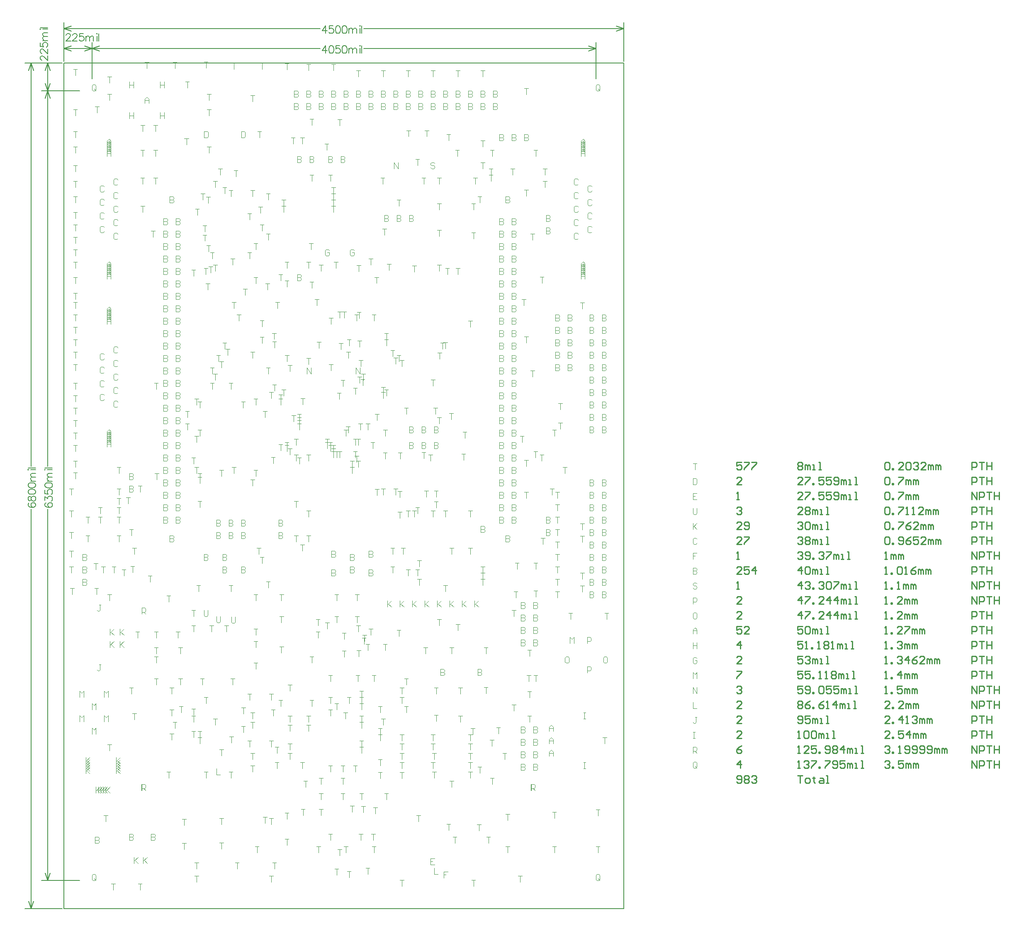
<source format=gbr>
%FSTAX23Y23*%
%MOIN*%
%SFA1B1*%

%IPPOS*%
%ADD21C,0.010000*%
%ADD57C,0.005000*%
%ADD58C,0.006000*%
%ADD59C,0.006000*%
%ADD90C,0.001000*%
%LNmb525b-1*%
%LPD*%
G54D21*
X43595Y5379D02*
X43555D01*
Y5376*
X43575Y5377*
X43585*
X43595Y5376*
Y5374*
X43585Y5373*
X43565*
X43555Y5374*
X43615Y5379D02*
X43655D01*
Y5378*
X43615Y5374*
Y5373*
X43675Y5379D02*
X43715D01*
Y5378*
X43675Y5374*
Y5373*
X44045Y5378D02*
X44055Y5379D01*
X44075*
X44085Y5378*
Y5377*
X44075Y5376*
X44085Y5375*
Y5374*
X44075Y5373*
X44055*
X44045Y5374*
Y5375*
X44055Y5376*
X44045Y5377*
Y5378*
X44055Y5376D02*
X44075D01*
X44105Y5373D02*
Y5377D01*
X44115*
X44125Y5376*
Y5373*
Y5376*
X44135Y5377*
X44145Y5376*
Y5373*
X44165D02*
X44185D01*
X44175*
Y5377*
X44165*
X44215Y5373D02*
X44235D01*
X44225*
Y5379*
X44215*
X44745Y5378D02*
X44755Y5379D01*
X44775*
X44785Y5378*
Y5374*
X44775Y5373*
X44755*
X44745Y5374*
Y5378*
X44805Y5373D02*
Y5374D01*
X44815*
Y5373*
X44805*
X44895D02*
X44855D01*
X44895Y5377*
Y5378*
X44885Y5379*
X44865*
X44855Y5378*
X44915D02*
X44925Y5379D01*
X44945*
X44955Y5378*
Y5374*
X44945Y5373*
X44925*
X44915Y5374*
Y5378*
X44975D02*
X44985Y5379D01*
X45005*
X45015Y5378*
Y5377*
X45005Y5376*
X44995*
X45005*
X45015Y5375*
Y5374*
X45005Y5373*
X44985*
X44975Y5374*
X45075Y5373D02*
X45035D01*
X45075Y5377*
Y5378*
X45065Y5379*
X45045*
X45035Y5378*
X45095Y5373D02*
Y5377D01*
X45105*
X45115Y5376*
Y5373*
Y5376*
X45125Y5377*
X45135Y5376*
Y5373*
X45155D02*
Y5377D01*
X45165*
X45175Y5376*
Y5373*
Y5376*
X45185Y5377*
X45195Y5376*
Y5373*
X45445D02*
Y5379D01*
X45475*
X45485Y5378*
Y5376*
X45475Y5375*
X45445*
X45505Y5379D02*
X45545D01*
X45525*
Y5373*
X45565Y5379D02*
Y5373D01*
Y5376*
X45605*
Y5379*
Y5373*
X43595Y5361D02*
X43555D01*
X43595Y5365*
Y5366*
X43585Y5367*
X43565*
X43555Y5366*
X44085Y5361D02*
X44045D01*
X44085Y5365*
Y5366*
X44075Y5367*
X44055*
X44045Y5366*
X44105Y5367D02*
X44145D01*
Y5366*
X44105Y5362*
Y5361*
X44165D02*
Y5362D01*
X44175*
Y5361*
X44165*
X44255Y5367D02*
X44215D01*
Y5364*
X44235Y5365*
X44245*
X44255Y5364*
Y5362*
X44245Y5361*
X44225*
X44215Y5362*
X44315Y5367D02*
X44275D01*
Y5364*
X44295Y5365*
X44305*
X44315Y5364*
Y5362*
X44305Y5361*
X44285*
X44275Y5362*
X44335D02*
X44345Y5361D01*
X44365*
X44375Y5362*
Y5366*
X44365Y5367*
X44345*
X44335Y5366*
Y5365*
X44345Y5364*
X44375*
X44395Y5361D02*
Y5365D01*
X44405*
X44415Y5364*
Y5361*
Y5364*
X44425Y5365*
X44435Y5364*
Y5361*
X44455D02*
X44475D01*
X44465*
Y5365*
X44455*
X44505Y5361D02*
X44525D01*
X44515*
Y5367*
X44505*
X44745Y5366D02*
X44755Y5367D01*
X44775*
X44785Y5366*
Y5362*
X44775Y5361*
X44755*
X44745Y5362*
Y5366*
X44805Y5361D02*
Y5362D01*
X44815*
Y5361*
X44805*
X44855Y5367D02*
X44895D01*
Y5366*
X44855Y5362*
Y5361*
X44915D02*
Y5365D01*
X44925*
X44935Y5364*
Y5361*
Y5364*
X44945Y5365*
X44955Y5364*
Y5361*
X44975D02*
Y5365D01*
X44985*
X44995Y5364*
Y5361*
Y5364*
X45005Y5365*
X45015Y5364*
Y5361*
X45445D02*
Y5367D01*
X45475*
X45485Y5366*
Y5364*
X45475Y5363*
X45445*
X45505Y5367D02*
X45545D01*
X45525*
Y5361*
X45565Y5367D02*
Y5361D01*
Y5364*
X45605*
Y5367*
Y5361*
X43555Y5349D02*
X43575D01*
X43565*
Y5355*
X43555Y5354*
X44085Y5349D02*
X44045D01*
X44085Y5353*
Y5354*
X44075Y5355*
X44055*
X44045Y5354*
X44105Y5355D02*
X44145D01*
Y5354*
X44105Y535*
Y5349*
X44165D02*
Y535D01*
X44175*
Y5349*
X44165*
X44255Y5355D02*
X44215D01*
Y5352*
X44235Y5353*
X44245*
X44255Y5352*
Y535*
X44245Y5349*
X44225*
X44215Y535*
X44315Y5355D02*
X44275D01*
Y5352*
X44295Y5353*
X44305*
X44315Y5352*
Y535*
X44305Y5349*
X44285*
X44275Y535*
X44335D02*
X44345Y5349D01*
X44365*
X44375Y535*
Y5354*
X44365Y5355*
X44345*
X44335Y5354*
Y5353*
X44345Y5352*
X44375*
X44395Y5349D02*
Y5353D01*
X44405*
X44415Y5352*
Y5349*
Y5352*
X44425Y5353*
X44435Y5352*
Y5349*
X44455D02*
X44475D01*
X44465*
Y5353*
X44455*
X44505Y5349D02*
X44525D01*
X44515*
Y5355*
X44505*
X44745Y5354D02*
X44755Y5355D01*
X44775*
X44785Y5354*
Y535*
X44775Y5349*
X44755*
X44745Y535*
Y5354*
X44805Y5349D02*
Y535D01*
X44815*
Y5349*
X44805*
X44855Y5355D02*
X44895D01*
Y5354*
X44855Y535*
Y5349*
X44915D02*
Y5353D01*
X44925*
X44935Y5352*
Y5349*
Y5352*
X44945Y5353*
X44955Y5352*
Y5349*
X44975D02*
Y5353D01*
X44985*
X44995Y5352*
Y5349*
Y5352*
X45005Y5353*
X45015Y5352*
Y5349*
X45445D02*
Y5355D01*
X45485Y5349*
Y5355*
X45505Y5349D02*
Y5355D01*
X45535*
X45545Y5354*
Y5352*
X45535Y5351*
X45505*
X45565Y5355D02*
X45605D01*
X45585*
Y5349*
X45625Y5355D02*
Y5349D01*
Y5352*
X45665*
Y5355*
Y5349*
X43555Y5342D02*
X43565Y5343D01*
X43585*
X43595Y5342*
Y5341*
X43585Y534*
X43575*
X43585*
X43595Y5339*
Y5338*
X43585Y5337*
X43565*
X43555Y5338*
X44085Y5337D02*
X44045D01*
X44085Y5341*
Y5342*
X44075Y5343*
X44055*
X44045Y5342*
X44105D02*
X44115Y5343D01*
X44135*
X44145Y5342*
Y5341*
X44135Y534*
X44145Y5339*
Y5338*
X44135Y5337*
X44115*
X44105Y5338*
Y5339*
X44115Y534*
X44105Y5341*
Y5342*
X44115Y534D02*
X44135D01*
X44165Y5337D02*
Y5341D01*
X44175*
X44185Y534*
Y5337*
Y534*
X44195Y5341*
X44205Y534*
Y5337*
X44225D02*
X44245D01*
X44235*
Y5341*
X44225*
X44275Y5337D02*
X44295D01*
X44285*
Y5343*
X44275*
X44745Y5342D02*
X44755Y5343D01*
X44775*
X44785Y5342*
Y5338*
X44775Y5337*
X44755*
X44745Y5338*
Y5342*
X44805Y5337D02*
Y5338D01*
X44815*
Y5337*
X44805*
X44855Y5343D02*
X44895D01*
Y5342*
X44855Y5338*
Y5337*
X44915D02*
X44935D01*
X44925*
Y5343*
X44915Y5342*
X44965Y5337D02*
X44985D01*
X44975*
Y5343*
X44965Y5342*
X45055Y5337D02*
X45015D01*
X45055Y5341*
Y5342*
X45045Y5343*
X45025*
X45015Y5342*
X45075Y5337D02*
Y5341D01*
X45085*
X45095Y534*
Y5337*
Y534*
X45105Y5341*
X45115Y534*
Y5337*
X45135D02*
Y5341D01*
X45145*
X45155Y534*
Y5337*
Y534*
X45165Y5341*
X45175Y534*
Y5337*
X45445D02*
Y5343D01*
X45475*
X45485Y5342*
Y534*
X45475Y5339*
X45445*
X45505Y5343D02*
X45545D01*
X45525*
Y5337*
X45565Y5343D02*
Y5337D01*
Y534*
X45605*
Y5343*
Y5337*
X43595Y5325D02*
X43555D01*
X43595Y5329*
Y533*
X43585Y5331*
X43565*
X43555Y533*
X43615Y5326D02*
X43625Y5325D01*
X43645*
X43655Y5326*
Y533*
X43645Y5331*
X43625*
X43615Y533*
Y5329*
X43625Y5328*
X43655*
X44045Y533D02*
X44055Y5331D01*
X44075*
X44085Y533*
Y5329*
X44075Y5328*
X44065*
X44075*
X44085Y5327*
Y5326*
X44075Y5325*
X44055*
X44045Y5326*
X44105Y533D02*
X44115Y5331D01*
X44135*
X44145Y533*
Y5326*
X44135Y5325*
X44115*
X44105Y5326*
Y533*
X44165Y5325D02*
Y5329D01*
X44175*
X44185Y5328*
Y5325*
Y5328*
X44195Y5329*
X44205Y5328*
Y5325*
X44225D02*
X44245D01*
X44235*
Y5329*
X44225*
X44275Y5325D02*
X44295D01*
X44285*
Y5331*
X44275*
X44745Y533D02*
X44755Y5331D01*
X44775*
X44785Y533*
Y5326*
X44775Y5325*
X44755*
X44745Y5326*
Y533*
X44805Y5325D02*
Y5326D01*
X44815*
Y5325*
X44805*
X44855Y5331D02*
X44895D01*
Y533*
X44855Y5326*
Y5325*
X44955Y5331D02*
X44935Y533D01*
X44915Y5328*
Y5326*
X44925Y5325*
X44945*
X44955Y5326*
Y5327*
X44945Y5328*
X44915*
X45015Y5325D02*
X44975D01*
X45015Y5329*
Y533*
X45005Y5331*
X44985*
X44975Y533*
X45035Y5325D02*
Y5329D01*
X45045*
X45055Y5328*
Y5325*
Y5328*
X45065Y5329*
X45075Y5328*
Y5325*
X45095D02*
Y5329D01*
X45105*
X45115Y5328*
Y5325*
Y5328*
X45125Y5329*
X45135Y5328*
Y5325*
X45445D02*
Y5331D01*
X45475*
X45485Y533*
Y5328*
X45475Y5327*
X45445*
X45505Y5331D02*
X45545D01*
X45525*
Y5325*
X45565Y5331D02*
Y5325D01*
Y5328*
X45605*
Y5331*
Y5325*
X43595Y5313D02*
X43555D01*
X43595Y5317*
Y5318*
X43585Y5319*
X43565*
X43555Y5318*
X43615Y5319D02*
X43655D01*
Y5318*
X43615Y5314*
Y5313*
X44045Y5318D02*
X44055Y5319D01*
X44075*
X44085Y5318*
Y5317*
X44075Y5316*
X44065*
X44075*
X44085Y5315*
Y5314*
X44075Y5313*
X44055*
X44045Y5314*
X44105Y5318D02*
X44115Y5319D01*
X44135*
X44145Y5318*
Y5317*
X44135Y5316*
X44145Y5315*
Y5314*
X44135Y5313*
X44115*
X44105Y5314*
Y5315*
X44115Y5316*
X44105Y5317*
Y5318*
X44115Y5316D02*
X44135D01*
X44165Y5313D02*
Y5317D01*
X44175*
X44185Y5316*
Y5313*
Y5316*
X44195Y5317*
X44205Y5316*
Y5313*
X44225D02*
X44245D01*
X44235*
Y5317*
X44225*
X44275Y5313D02*
X44295D01*
X44285*
Y5319*
X44275*
X44745Y5318D02*
X44755Y5319D01*
X44775*
X44785Y5318*
Y5314*
X44775Y5313*
X44755*
X44745Y5314*
Y5318*
X44805Y5313D02*
Y5314D01*
X44815*
Y5313*
X44805*
X44855Y5314D02*
X44865Y5313D01*
X44885*
X44895Y5314*
Y5318*
X44885Y5319*
X44865*
X44855Y5318*
Y5317*
X44865Y5316*
X44895*
X44955Y5319D02*
X44935Y5318D01*
X44915Y5316*
Y5314*
X44925Y5313*
X44945*
X44955Y5314*
Y5315*
X44945Y5316*
X44915*
X45015Y5319D02*
X44975D01*
Y5316*
X44995Y5317*
X45005*
X45015Y5316*
Y5314*
X45005Y5313*
X44985*
X44975Y5314*
X45075Y5313D02*
X45035D01*
X45075Y5317*
Y5318*
X45065Y5319*
X45045*
X45035Y5318*
X45095Y5313D02*
Y5317D01*
X45105*
X45115Y5316*
Y5313*
Y5316*
X45125Y5317*
X45135Y5316*
Y5313*
X45155D02*
Y5317D01*
X45165*
X45175Y5316*
Y5313*
Y5316*
X45185Y5317*
X45195Y5316*
Y5313*
X45445D02*
Y5319D01*
X45475*
X45485Y5318*
Y5316*
X45475Y5315*
X45445*
X45505Y5319D02*
X45545D01*
X45525*
Y5313*
X45565Y5319D02*
Y5313D01*
Y5316*
X45605*
Y5319*
Y5313*
X43555Y5301D02*
X43575D01*
X43565*
Y5307*
X43555Y5306*
X44045D02*
X44055Y5307D01*
X44075*
X44085Y5306*
Y5305*
X44075Y5304*
X44065*
X44075*
X44085Y5303*
Y5302*
X44075Y5301*
X44055*
X44045Y5302*
X44105D02*
X44115Y5301D01*
X44135*
X44145Y5302*
Y5306*
X44135Y5307*
X44115*
X44105Y5306*
Y5305*
X44115Y5304*
X44145*
X44165Y5301D02*
Y5302D01*
X44175*
Y5301*
X44165*
X44215Y5306D02*
X44225Y5307D01*
X44245*
X44255Y5306*
Y5305*
X44245Y5304*
X44235*
X44245*
X44255Y5303*
Y5302*
X44245Y5301*
X44225*
X44215Y5302*
X44275Y5307D02*
X44315D01*
Y5306*
X44275Y5302*
Y5301*
X44335D02*
Y5305D01*
X44345*
X44355Y5304*
Y5301*
Y5304*
X44365Y5305*
X44375Y5304*
Y5301*
X44395D02*
X44415D01*
X44405*
Y5305*
X44395*
X44445Y5301D02*
X44465D01*
X44455*
Y5307*
X44445*
X44745Y5301D02*
X44765D01*
X44755*
Y5307*
X44745Y5306*
X44795Y5301D02*
Y5305D01*
X44805*
X44815Y5304*
Y5301*
Y5304*
X44825Y5305*
X44835Y5304*
Y5301*
X44855D02*
Y5305D01*
X44865*
X44875Y5304*
Y5301*
Y5304*
X44885Y5305*
X44895Y5304*
Y5301*
X45445D02*
Y5307D01*
X45485Y5301*
Y5307*
X45505Y5301D02*
Y5307D01*
X45535*
X45545Y5306*
Y5304*
X45535Y5303*
X45505*
X45565Y5307D02*
X45605D01*
X45585*
Y5301*
X45625Y5307D02*
Y5301D01*
Y5304*
X45665*
Y5307*
Y5301*
X43595Y5289D02*
X43555D01*
X43595Y5293*
Y5294*
X43585Y5295*
X43565*
X43555Y5294*
X43655Y5295D02*
X43615D01*
Y5292*
X43635Y5293*
X43645*
X43655Y5292*
Y529*
X43645Y5289*
X43625*
X43615Y529*
X43705Y5289D02*
Y5295D01*
X43675Y5292*
X43715*
X44075Y5289D02*
Y5295D01*
X44045Y5292*
X44085*
X44105Y5294D02*
X44115Y5295D01*
X44135*
X44145Y5294*
Y529*
X44135Y5289*
X44115*
X44105Y529*
Y5294*
X44165Y5289D02*
Y5293D01*
X44175*
X44185Y5292*
Y5289*
Y5292*
X44195Y5293*
X44205Y5292*
Y5289*
X44225D02*
X44245D01*
X44235*
Y5293*
X44225*
X44275Y5289D02*
X44295D01*
X44285*
Y5295*
X44275*
X44745Y5289D02*
X44765D01*
X44755*
Y5295*
X44745Y5294*
X44795Y5289D02*
Y529D01*
X44805*
Y5289*
X44795*
X44845Y5294D02*
X44855Y5295D01*
X44875*
X44885Y5294*
Y529*
X44875Y5289*
X44855*
X44845Y529*
Y5294*
X44905Y5289D02*
X44925D01*
X44915*
Y5295*
X44905Y5294*
X44995Y5295D02*
X44975Y5294D01*
X44955Y5292*
Y529*
X44965Y5289*
X44985*
X44995Y529*
Y5291*
X44985Y5292*
X44955*
X45015Y5289D02*
Y5293D01*
X45025*
X45035Y5292*
Y5289*
Y5292*
X45045Y5293*
X45055Y5292*
Y5289*
X45075D02*
Y5293D01*
X45085*
X45095Y5292*
Y5289*
Y5292*
X45105Y5293*
X45115Y5292*
Y5289*
X45445D02*
Y5295D01*
X45475*
X45485Y5294*
Y5292*
X45475Y5291*
X45445*
X45505Y5295D02*
X45545D01*
X45525*
Y5289*
X45565Y5295D02*
Y5289D01*
Y5292*
X45605*
Y5295*
Y5289*
X43555Y5277D02*
X43575D01*
X43565*
Y5283*
X43555Y5282*
X44075Y5277D02*
Y5283D01*
X44045Y528*
X44085*
X44105Y5282D02*
X44115Y5283D01*
X44135*
X44145Y5282*
Y5281*
X44135Y528*
X44125*
X44135*
X44145Y5279*
Y5278*
X44135Y5277*
X44115*
X44105Y5278*
X44165Y5277D02*
Y5278D01*
X44175*
Y5277*
X44165*
X44215Y5282D02*
X44225Y5283D01*
X44245*
X44255Y5282*
Y5281*
X44245Y528*
X44235*
X44245*
X44255Y5279*
Y5278*
X44245Y5277*
X44225*
X44215Y5278*
X44275Y5282D02*
X44285Y5283D01*
X44305*
X44315Y5282*
Y5278*
X44305Y5277*
X44285*
X44275Y5278*
Y5282*
X44335Y5283D02*
X44375D01*
Y5282*
X44335Y5278*
Y5277*
X44395D02*
Y5281D01*
X44405*
X44415Y528*
Y5277*
Y528*
X44425Y5281*
X44435Y528*
Y5277*
X44455D02*
X44475D01*
X44465*
Y5281*
X44455*
X44505Y5277D02*
X44525D01*
X44515*
Y5283*
X44505*
X44745Y5277D02*
X44765D01*
X44755*
Y5283*
X44745Y5282*
X44795Y5277D02*
Y5278D01*
X44805*
Y5277*
X44795*
X44845D02*
X44865D01*
X44855*
Y5283*
X44845Y5282*
X44895Y5277D02*
Y5281D01*
X44905*
X44915Y528*
Y5277*
Y528*
X44925Y5281*
X44935Y528*
Y5277*
X44955D02*
Y5281D01*
X44965*
X44975Y528*
Y5277*
Y528*
X44985Y5281*
X44995Y528*
Y5277*
X45445D02*
Y5283D01*
X45485Y5277*
Y5283*
X45505Y5277D02*
Y5283D01*
X45535*
X45545Y5282*
Y528*
X45535Y5279*
X45505*
X45565Y5283D02*
X45605D01*
X45585*
Y5277*
X45625Y5283D02*
Y5277D01*
Y528*
X45665*
Y5283*
Y5277*
X43595Y5265D02*
X43555D01*
X43595Y5269*
Y527*
X43585Y5271*
X43565*
X43555Y527*
X44075Y5265D02*
Y5271D01*
X44045Y5268*
X44085*
X44105Y5271D02*
X44145D01*
Y527*
X44105Y5266*
Y5265*
X44165D02*
Y5266D01*
X44175*
Y5265*
X44165*
X44255D02*
X44215D01*
X44255Y5269*
Y527*
X44245Y5271*
X44225*
X44215Y527*
X44305Y5265D02*
Y5271D01*
X44275Y5268*
X44315*
X44365Y5265D02*
Y5271D01*
X44335Y5268*
X44375*
X44395Y5265D02*
Y5269D01*
X44405*
X44415Y5268*
Y5265*
Y5268*
X44425Y5269*
X44435Y5268*
Y5265*
X44455D02*
X44475D01*
X44465*
Y5269*
X44455*
X44505Y5265D02*
X44525D01*
X44515*
Y5271*
X44505*
X44745Y5265D02*
X44765D01*
X44755*
Y5271*
X44745Y527*
X44795Y5265D02*
Y5266D01*
X44805*
Y5265*
X44795*
X44885D02*
X44845D01*
X44885Y5269*
Y527*
X44875Y5271*
X44855*
X44845Y527*
X44905Y5265D02*
Y5269D01*
X44915*
X44925Y5268*
Y5265*
Y5268*
X44935Y5269*
X44945Y5268*
Y5265*
X44965D02*
Y5269D01*
X44975*
X44985Y5268*
Y5265*
Y5268*
X44995Y5269*
X45005Y5268*
Y5265*
X45445D02*
Y5271D01*
X45485Y5265*
Y5271*
X45505Y5265D02*
Y5271D01*
X45535*
X45545Y527*
Y5268*
X45535Y5267*
X45505*
X45565Y5271D02*
X45605D01*
X45585*
Y5265*
X45625Y5271D02*
Y5265D01*
Y5268*
X45665*
Y5271*
Y5265*
X43595Y5253D02*
X43555D01*
X43595Y5257*
Y5258*
X43585Y5259*
X43565*
X43555Y5258*
X44075Y5253D02*
Y5259D01*
X44045Y5256*
X44085*
X44105Y5259D02*
X44145D01*
Y5258*
X44105Y5254*
Y5253*
X44165D02*
Y5254D01*
X44175*
Y5253*
X44165*
X44255D02*
X44215D01*
X44255Y5257*
Y5258*
X44245Y5259*
X44225*
X44215Y5258*
X44305Y5253D02*
Y5259D01*
X44275Y5256*
X44315*
X44365Y5253D02*
Y5259D01*
X44335Y5256*
X44375*
X44395Y5253D02*
Y5257D01*
X44405*
X44415Y5256*
Y5253*
Y5256*
X44425Y5257*
X44435Y5256*
Y5253*
X44455D02*
X44475D01*
X44465*
Y5257*
X44455*
X44505Y5253D02*
X44525D01*
X44515*
Y5259*
X44505*
X44745Y5253D02*
X44765D01*
X44755*
Y5259*
X44745Y5258*
X44795Y5253D02*
Y5254D01*
X44805*
Y5253*
X44795*
X44885D02*
X44845D01*
X44885Y5257*
Y5258*
X44875Y5259*
X44855*
X44845Y5258*
X44905Y5253D02*
Y5257D01*
X44915*
X44925Y5256*
Y5253*
Y5256*
X44935Y5257*
X44945Y5256*
Y5253*
X44965D02*
Y5257D01*
X44975*
X44985Y5256*
Y5253*
Y5256*
X44995Y5257*
X45005Y5256*
Y5253*
X45445D02*
Y5259D01*
X45475*
X45485Y5258*
Y5256*
X45475Y5255*
X45445*
X45505Y5259D02*
X45545D01*
X45525*
Y5253*
X45565Y5259D02*
Y5253D01*
Y5256*
X45605*
Y5259*
Y5253*
X43595Y5247D02*
X43555D01*
Y5244*
X43575Y5245*
X43585*
X43595Y5244*
Y5242*
X43585Y5241*
X43565*
X43555Y5242*
X43655Y5241D02*
X43615D01*
X43655Y5245*
Y5246*
X43645Y5247*
X43625*
X43615Y5246*
X44085Y5247D02*
X44045D01*
Y5244*
X44065Y5245*
X44075*
X44085Y5244*
Y5242*
X44075Y5241*
X44055*
X44045Y5242*
X44105Y5246D02*
X44115Y5247D01*
X44135*
X44145Y5246*
Y5242*
X44135Y5241*
X44115*
X44105Y5242*
Y5246*
X44165Y5241D02*
Y5245D01*
X44175*
X44185Y5244*
Y5241*
Y5244*
X44195Y5245*
X44205Y5244*
Y5241*
X44225D02*
X44245D01*
X44235*
Y5245*
X44225*
X44275Y5241D02*
X44295D01*
X44285*
Y5247*
X44275*
X44745Y5241D02*
X44765D01*
X44755*
Y5247*
X44745Y5246*
X44795Y5241D02*
Y5242D01*
X44805*
Y5241*
X44795*
X44885D02*
X44845D01*
X44885Y5245*
Y5246*
X44875Y5247*
X44855*
X44845Y5246*
X44905Y5247D02*
X44945D01*
Y5246*
X44905Y5242*
Y5241*
X44965D02*
Y5245D01*
X44975*
X44985Y5244*
Y5241*
Y5244*
X44995Y5245*
X45005Y5244*
Y5241*
X45025D02*
Y5245D01*
X45035*
X45045Y5244*
Y5241*
Y5244*
X45055Y5245*
X45065Y5244*
Y5241*
X45445D02*
Y5247D01*
X45475*
X45485Y5246*
Y5244*
X45475Y5243*
X45445*
X45505Y5247D02*
X45545D01*
X45525*
Y5241*
X45565Y5247D02*
Y5241D01*
Y5244*
X45605*
Y5247*
Y5241*
X43585Y5229D02*
Y5235D01*
X43555Y5232*
X43595*
X44085Y5235D02*
X44045D01*
Y5232*
X44065Y5233*
X44075*
X44085Y5232*
Y523*
X44075Y5229*
X44055*
X44045Y523*
X44105Y5229D02*
X44125D01*
X44115*
Y5235*
X44105Y5234*
X44155Y5229D02*
Y523D01*
X44165*
Y5229*
X44155*
X44205D02*
X44225D01*
X44215*
Y5235*
X44205Y5234*
X44255D02*
X44265Y5235D01*
X44285*
X44295Y5234*
Y5233*
X44285Y5232*
X44295Y5231*
Y523*
X44285Y5229*
X44265*
X44255Y523*
Y5231*
X44265Y5232*
X44255Y5233*
Y5234*
X44265Y5232D02*
X44285D01*
X44315Y5229D02*
X44335D01*
X44325*
Y5235*
X44315Y5234*
X44365Y5229D02*
Y5233D01*
X44375*
X44385Y5232*
Y5229*
Y5232*
X44395Y5233*
X44405Y5232*
Y5229*
X44425D02*
X44445D01*
X44435*
Y5233*
X44425*
X44475Y5229D02*
X44495D01*
X44485*
Y5235*
X44475*
X44745Y5229D02*
X44765D01*
X44755*
Y5235*
X44745Y5234*
X44795Y5229D02*
Y523D01*
X44805*
Y5229*
X44795*
X44845Y5234D02*
X44855Y5235D01*
X44875*
X44885Y5234*
Y5233*
X44875Y5232*
X44865*
X44875*
X44885Y5231*
Y523*
X44875Y5229*
X44855*
X44845Y523*
X44905Y5229D02*
Y5233D01*
X44915*
X44925Y5232*
Y5229*
Y5232*
X44935Y5233*
X44945Y5232*
Y5229*
X44965D02*
Y5233D01*
X44975*
X44985Y5232*
Y5229*
Y5232*
X44995Y5233*
X45005Y5232*
Y5229*
X45445D02*
Y5235D01*
X45475*
X45485Y5234*
Y5232*
X45475Y5231*
X45445*
X45505Y5235D02*
X45545D01*
X45525*
Y5229*
X45565Y5235D02*
Y5229D01*
Y5232*
X45605*
Y5235*
Y5229*
X43595Y5217D02*
X43555D01*
X43595Y5221*
Y5222*
X43585Y5223*
X43565*
X43555Y5222*
X44085Y5223D02*
X44045D01*
Y522*
X44065Y5221*
X44075*
X44085Y522*
Y5218*
X44075Y5217*
X44055*
X44045Y5218*
X44105Y5222D02*
X44115Y5223D01*
X44135*
X44145Y5222*
Y5221*
X44135Y522*
X44125*
X44135*
X44145Y5219*
Y5218*
X44135Y5217*
X44115*
X44105Y5218*
X44165Y5217D02*
Y5221D01*
X44175*
X44185Y522*
Y5217*
Y522*
X44195Y5221*
X44205Y522*
Y5217*
X44225D02*
X44245D01*
X44235*
Y5221*
X44225*
X44275Y5217D02*
X44295D01*
X44285*
Y5223*
X44275*
X44745Y5217D02*
X44765D01*
X44755*
Y5223*
X44745Y5222*
X44795Y5217D02*
Y5218D01*
X44805*
Y5217*
X44795*
X44845Y5222D02*
X44855Y5223D01*
X44875*
X44885Y5222*
Y5221*
X44875Y522*
X44865*
X44875*
X44885Y5219*
Y5218*
X44875Y5217*
X44855*
X44845Y5218*
X44935Y5217D02*
Y5223D01*
X44905Y522*
X44945*
X45005Y5223D02*
X44985Y5222D01*
X44965Y522*
Y5218*
X44975Y5217*
X44995*
X45005Y5218*
Y5219*
X44995Y522*
X44965*
X45065Y5217D02*
X45025D01*
X45065Y5221*
Y5222*
X45055Y5223*
X45035*
X45025Y5222*
X45085Y5217D02*
Y5221D01*
X45095*
X45105Y522*
Y5217*
Y522*
X45115Y5221*
X45125Y522*
Y5217*
X45145D02*
Y5221D01*
X45155*
X45165Y522*
Y5217*
Y522*
X45175Y5221*
X45185Y522*
Y5217*
X45445D02*
Y5223D01*
X45475*
X45485Y5222*
Y522*
X45475Y5219*
X45445*
X45505Y5223D02*
X45545D01*
X45525*
Y5217*
X45565Y5223D02*
Y5217D01*
Y522*
X45605*
Y5223*
Y5217*
X43555Y5211D02*
X43595D01*
Y521*
X43555Y5206*
Y5205*
X44085Y5211D02*
X44045D01*
Y5208*
X44065Y5209*
X44075*
X44085Y5208*
Y5206*
X44075Y5205*
X44055*
X44045Y5206*
X44145Y5211D02*
X44105D01*
Y5208*
X44125Y5209*
X44135*
X44145Y5208*
Y5206*
X44135Y5205*
X44115*
X44105Y5206*
X44165Y5205D02*
Y5206D01*
X44175*
Y5205*
X44165*
X44215D02*
X44235D01*
X44225*
Y5211*
X44215Y521*
X44265Y5205D02*
X44285D01*
X44275*
Y5211*
X44265Y521*
X44315D02*
X44325Y5211D01*
X44345*
X44355Y521*
Y5209*
X44345Y5208*
X44355Y5207*
Y5206*
X44345Y5205*
X44325*
X44315Y5206*
Y5207*
X44325Y5208*
X44315Y5209*
Y521*
X44325Y5208D02*
X44345D01*
X44375Y5205D02*
Y5209D01*
X44385*
X44395Y5208*
Y5205*
Y5208*
X44405Y5209*
X44415Y5208*
Y5205*
X44435D02*
X44455D01*
X44445*
Y5209*
X44435*
X44485Y5205D02*
X44505D01*
X44495*
Y5211*
X44485*
X44745Y5205D02*
X44765D01*
X44755*
Y5211*
X44745Y521*
X44795Y5205D02*
Y5206D01*
X44805*
Y5205*
X44795*
X44875D02*
Y5211D01*
X44845Y5208*
X44885*
X44905Y5205D02*
Y5209D01*
X44915*
X44925Y5208*
Y5205*
Y5208*
X44935Y5209*
X44945Y5208*
Y5205*
X44965D02*
Y5209D01*
X44975*
X44985Y5208*
Y5205*
Y5208*
X44995Y5209*
X45005Y5208*
Y5205*
X45445D02*
Y5211D01*
X45475*
X45485Y521*
Y5208*
X45475Y5207*
X45445*
X45505Y5211D02*
X45545D01*
X45525*
Y5205*
X45565Y5211D02*
Y5205D01*
Y5208*
X45605*
Y5211*
Y5205*
X43555Y5198D02*
X43565Y5199D01*
X43585*
X43595Y5198*
Y5197*
X43585Y5196*
X43575*
X43585*
X43595Y5195*
Y5194*
X43585Y5193*
X43565*
X43555Y5194*
X44085Y5199D02*
X44045D01*
Y5196*
X44065Y5197*
X44075*
X44085Y5196*
Y5194*
X44075Y5193*
X44055*
X44045Y5194*
X44105D02*
X44115Y5193D01*
X44135*
X44145Y5194*
Y5198*
X44135Y5199*
X44115*
X44105Y5198*
Y5197*
X44115Y5196*
X44145*
X44165Y5193D02*
Y5194D01*
X44175*
Y5193*
X44165*
X44215Y5198D02*
X44225Y5199D01*
X44245*
X44255Y5198*
Y5194*
X44245Y5193*
X44225*
X44215Y5194*
Y5198*
X44315Y5199D02*
X44275D01*
Y5196*
X44295Y5197*
X44305*
X44315Y5196*
Y5194*
X44305Y5193*
X44285*
X44275Y5194*
X44375Y5199D02*
X44335D01*
Y5196*
X44355Y5197*
X44365*
X44375Y5196*
Y5194*
X44365Y5193*
X44345*
X44335Y5194*
X44395Y5193D02*
Y5197D01*
X44405*
X44415Y5196*
Y5193*
Y5196*
X44425Y5197*
X44435Y5196*
Y5193*
X44455D02*
X44475D01*
X44465*
Y5197*
X44455*
X44505Y5193D02*
X44525D01*
X44515*
Y5199*
X44505*
X44745Y5193D02*
X44765D01*
X44755*
Y5199*
X44745Y5198*
X44795Y5193D02*
Y5194D01*
X44805*
Y5193*
X44795*
X44885Y5199D02*
X44845D01*
Y5196*
X44865Y5197*
X44875*
X44885Y5196*
Y5194*
X44875Y5193*
X44855*
X44845Y5194*
X44905Y5193D02*
Y5197D01*
X44915*
X44925Y5196*
Y5193*
Y5196*
X44935Y5197*
X44945Y5196*
Y5193*
X44965D02*
Y5197D01*
X44975*
X44985Y5196*
Y5193*
Y5196*
X44995Y5197*
X45005Y5196*
Y5193*
X45445D02*
Y5199D01*
X45485Y5193*
Y5199*
X45505Y5193D02*
Y5199D01*
X45535*
X45545Y5198*
Y5196*
X45535Y5195*
X45505*
X45565Y5199D02*
X45605D01*
X45585*
Y5193*
X45625Y5199D02*
Y5193D01*
Y5196*
X45665*
Y5199*
Y5193*
X43595Y5181D02*
X43555D01*
X43595Y5185*
Y5186*
X43585Y5187*
X43565*
X43555Y5186*
X44045D02*
X44055Y5187D01*
X44075*
X44085Y5186*
Y5185*
X44075Y5184*
X44085Y5183*
Y5182*
X44075Y5181*
X44055*
X44045Y5182*
Y5183*
X44055Y5184*
X44045Y5185*
Y5186*
X44055Y5184D02*
X44075D01*
X44145Y5187D02*
X44125Y5186D01*
X44105Y5184*
Y5182*
X44115Y5181*
X44135*
X44145Y5182*
Y5183*
X44135Y5184*
X44105*
X44165Y5181D02*
Y5182D01*
X44175*
Y5181*
X44165*
X44255Y5187D02*
X44235Y5186D01*
X44215Y5184*
Y5182*
X44225Y5181*
X44245*
X44255Y5182*
Y5183*
X44245Y5184*
X44215*
X44275Y5181D02*
X44295D01*
X44285*
Y5187*
X44275Y5186*
X44355Y5181D02*
Y5187D01*
X44325Y5184*
X44365*
X44385Y5181D02*
Y5185D01*
X44395*
X44405Y5184*
Y5181*
Y5184*
X44415Y5185*
X44425Y5184*
Y5181*
X44445D02*
X44465D01*
X44455*
Y5185*
X44445*
X44495Y5181D02*
X44515D01*
X44505*
Y5187*
X44495*
X44785Y5181D02*
X44745D01*
X44785Y5185*
Y5186*
X44775Y5187*
X44755*
X44745Y5186*
X44805Y5181D02*
Y5182D01*
X44815*
Y5181*
X44805*
X44895D02*
X44855D01*
X44895Y5185*
Y5186*
X44885Y5187*
X44865*
X44855Y5186*
X44915Y5181D02*
Y5185D01*
X44925*
X44935Y5184*
Y5181*
Y5184*
X44945Y5185*
X44955Y5184*
Y5181*
X44975D02*
Y5185D01*
X44985*
X44995Y5184*
Y5181*
Y5184*
X45005Y5185*
X45015Y5184*
Y5181*
X45445D02*
Y5187D01*
X45485Y5181*
Y5187*
X45505Y5181D02*
Y5187D01*
X45535*
X45545Y5186*
Y5184*
X45535Y5183*
X45505*
X45565Y5187D02*
X45605D01*
X45585*
Y5181*
X45625Y5187D02*
Y5181D01*
Y5184*
X45665*
Y5187*
Y5181*
X43595Y5169D02*
X43555D01*
X43595Y5173*
Y5174*
X43585Y5175*
X43565*
X43555Y5174*
X44045Y517D02*
X44055Y5169D01*
X44075*
X44085Y517*
Y5174*
X44075Y5175*
X44055*
X44045Y5174*
Y5173*
X44055Y5172*
X44085*
X44145Y5175D02*
X44105D01*
Y5172*
X44125Y5173*
X44135*
X44145Y5172*
Y517*
X44135Y5169*
X44115*
X44105Y517*
X44165Y5169D02*
Y5173D01*
X44175*
X44185Y5172*
Y5169*
Y5172*
X44195Y5173*
X44205Y5172*
Y5169*
X44225D02*
X44245D01*
X44235*
Y5173*
X44225*
X44275Y5169D02*
X44295D01*
X44285*
Y5175*
X44275*
X44785Y5169D02*
X44745D01*
X44785Y5173*
Y5174*
X44775Y5175*
X44755*
X44745Y5174*
X44805Y5169D02*
Y517D01*
X44815*
Y5169*
X44805*
X44885D02*
Y5175D01*
X44855Y5172*
X44895*
X44915Y5169D02*
X44935D01*
X44925*
Y5175*
X44915Y5174*
X44965D02*
X44975Y5175D01*
X44995*
X45005Y5174*
Y5173*
X44995Y5172*
X44985*
X44995*
X45005Y5171*
Y517*
X44995Y5169*
X44975*
X44965Y517*
X45025Y5169D02*
Y5173D01*
X45035*
X45045Y5172*
Y5169*
Y5172*
X45055Y5173*
X45065Y5172*
Y5169*
X45085D02*
Y5173D01*
X45095*
X45105Y5172*
Y5169*
Y5172*
X45115Y5173*
X45125Y5172*
Y5169*
X45445D02*
Y5175D01*
X45475*
X45485Y5174*
Y5172*
X45475Y5171*
X45445*
X45505Y5175D02*
X45545D01*
X45525*
Y5169*
X45565Y5175D02*
Y5169D01*
Y5172*
X45605*
Y5175*
Y5169*
X43595Y5157D02*
X43555D01*
X43595Y5161*
Y5162*
X43585Y5163*
X43565*
X43555Y5162*
X44045Y5157D02*
X44065D01*
X44055*
Y5163*
X44045Y5162*
X44095D02*
X44105Y5163D01*
X44125*
X44135Y5162*
Y5158*
X44125Y5157*
X44105*
X44095Y5158*
Y5162*
X44155D02*
X44165Y5163D01*
X44185*
X44195Y5162*
Y5158*
X44185Y5157*
X44165*
X44155Y5158*
Y5162*
X44215Y5157D02*
Y5161D01*
X44225*
X44235Y516*
Y5157*
Y516*
X44245Y5161*
X44255Y516*
Y5157*
X44275D02*
X44295D01*
X44285*
Y5161*
X44275*
X44325Y5157D02*
X44345D01*
X44335*
Y5163*
X44325*
X44785Y5157D02*
X44745D01*
X44785Y5161*
Y5162*
X44775Y5163*
X44755*
X44745Y5162*
X44805Y5157D02*
Y5158D01*
X44815*
Y5157*
X44805*
X44895Y5163D02*
X44855D01*
Y516*
X44875Y5161*
X44885*
X44895Y516*
Y5158*
X44885Y5157*
X44865*
X44855Y5158*
X44945Y5157D02*
Y5163D01*
X44915Y516*
X44955*
X44975Y5157D02*
Y5161D01*
X44985*
X44995Y516*
Y5157*
Y516*
X45005Y5161*
X45015Y516*
Y5157*
X45035D02*
Y5161D01*
X45045*
X45055Y516*
Y5157*
Y516*
X45065Y5161*
X45075Y516*
Y5157*
X45445D02*
Y5163D01*
X45475*
X45485Y5162*
Y516*
X45475Y5159*
X45445*
X45505Y5163D02*
X45545D01*
X45525*
Y5157*
X45565Y5163D02*
Y5157D01*
Y516*
X45605*
Y5163*
Y5157*
X43595Y5151D02*
X43575Y515D01*
X43555Y5148*
Y5146*
X43565Y5145*
X43585*
X43595Y5146*
Y5147*
X43585Y5148*
X43555*
X44045Y5145D02*
X44065D01*
X44055*
Y5151*
X44045Y515*
X44135Y5145D02*
X44095D01*
X44135Y5149*
Y515*
X44125Y5151*
X44105*
X44095Y515*
X44195Y5151D02*
X44155D01*
Y5148*
X44175Y5149*
X44185*
X44195Y5148*
Y5146*
X44185Y5145*
X44165*
X44155Y5146*
X44215Y5145D02*
Y5146D01*
X44225*
Y5145*
X44215*
X44265Y5146D02*
X44275Y5145D01*
X44295*
X44305Y5146*
Y515*
X44295Y5151*
X44275*
X44265Y515*
Y5149*
X44275Y5148*
X44305*
X44325Y515D02*
X44335Y5151D01*
X44355*
X44365Y515*
Y5149*
X44355Y5148*
X44365Y5147*
Y5146*
X44355Y5145*
X44335*
X44325Y5146*
Y5147*
X44335Y5148*
X44325Y5149*
Y515*
X44335Y5148D02*
X44355D01*
X44415Y5145D02*
Y5151D01*
X44385Y5148*
X44425*
X44445Y5145D02*
Y5149D01*
X44455*
X44465Y5148*
Y5145*
Y5148*
X44475Y5149*
X44485Y5148*
Y5145*
X44505D02*
X44525D01*
X44515*
Y5149*
X44505*
X44555Y5145D02*
X44575D01*
X44565*
Y5151*
X44555*
X44745Y515D02*
X44755Y5151D01*
X44775*
X44785Y515*
Y5149*
X44775Y5148*
X44765*
X44775*
X44785Y5147*
Y5146*
X44775Y5145*
X44755*
X44745Y5146*
X44805Y5145D02*
Y5146D01*
X44815*
Y5145*
X44805*
X44855D02*
X44875D01*
X44865*
Y5151*
X44855Y515*
X44905Y5146D02*
X44915Y5145D01*
X44935*
X44945Y5146*
Y515*
X44935Y5151*
X44915*
X44905Y515*
Y5149*
X44915Y5148*
X44945*
X44965Y5146D02*
X44975Y5145D01*
X44995*
X45005Y5146*
Y515*
X44995Y5151*
X44975*
X44965Y515*
Y5149*
X44975Y5148*
X45005*
X45025Y5146D02*
X45035Y5145D01*
X45055*
X45065Y5146*
Y515*
X45055Y5151*
X45035*
X45025Y515*
Y5149*
X45035Y5148*
X45065*
X45085Y5146D02*
X45095Y5145D01*
X45115*
X45125Y5146*
Y515*
X45115Y5151*
X45095*
X45085Y515*
Y5149*
X45095Y5148*
X45125*
X45145Y5145D02*
Y5149D01*
X45155*
X45165Y5148*
Y5145*
Y5148*
X45175Y5149*
X45185Y5148*
Y5145*
X45205D02*
Y5149D01*
X45215*
X45225Y5148*
Y5145*
Y5148*
X45235Y5149*
X45245Y5148*
Y5145*
X45445D02*
Y5151D01*
X45485Y5145*
Y5151*
X45505Y5145D02*
Y5151D01*
X45535*
X45545Y515*
Y5148*
X45535Y5147*
X45505*
X45565Y5151D02*
X45605D01*
X45585*
Y5145*
X45625Y5151D02*
Y5145D01*
Y5148*
X45665*
Y5151*
Y5145*
X43585Y5133D02*
Y5139D01*
X43555Y5136*
X43595*
X44045Y5133D02*
X44065D01*
X44055*
Y5139*
X44045Y5138*
X44095D02*
X44105Y5139D01*
X44125*
X44135Y5138*
Y5137*
X44125Y5136*
X44115*
X44125*
X44135Y5135*
Y5134*
X44125Y5133*
X44105*
X44095Y5134*
X44155Y5139D02*
X44195D01*
Y5138*
X44155Y5134*
Y5133*
X44215D02*
Y5134D01*
X44225*
Y5133*
X44215*
X44265Y5139D02*
X44305D01*
Y5138*
X44265Y5134*
Y5133*
X44325Y5134D02*
X44335Y5133D01*
X44355*
X44365Y5134*
Y5138*
X44355Y5139*
X44335*
X44325Y5138*
Y5137*
X44335Y5136*
X44365*
X44425Y5139D02*
X44385D01*
Y5136*
X44405Y5137*
X44415*
X44425Y5136*
Y5134*
X44415Y5133*
X44395*
X44385Y5134*
X44445Y5133D02*
Y5137D01*
X44455*
X44465Y5136*
Y5133*
Y5136*
X44475Y5137*
X44485Y5136*
Y5133*
X44505D02*
X44525D01*
X44515*
Y5137*
X44505*
X44555Y5133D02*
X44575D01*
X44565*
Y5139*
X44555*
X44745Y5138D02*
X44755Y5139D01*
X44775*
X44785Y5138*
Y5137*
X44775Y5136*
X44765*
X44775*
X44785Y5135*
Y5134*
X44775Y5133*
X44755*
X44745Y5134*
X44805Y5133D02*
Y5134D01*
X44815*
Y5133*
X44805*
X44895Y5139D02*
X44855D01*
Y5136*
X44875Y5137*
X44885*
X44895Y5136*
Y5134*
X44885Y5133*
X44865*
X44855Y5134*
X44915Y5133D02*
Y5137D01*
X44925*
X44935Y5136*
Y5133*
Y5136*
X44945Y5137*
X44955Y5136*
Y5133*
X44975D02*
Y5137D01*
X44985*
X44995Y5136*
Y5133*
Y5136*
X45005Y5137*
X45015Y5136*
Y5133*
X45445D02*
Y5139D01*
X45485Y5133*
Y5139*
X45505Y5133D02*
Y5139D01*
X45535*
X45545Y5138*
Y5136*
X45535Y5135*
X45505*
X45565Y5139D02*
X45605D01*
X45585*
Y5133*
X45625Y5139D02*
Y5133D01*
Y5136*
X45665*
Y5139*
Y5133*
X43555Y5122D02*
X43565Y5121D01*
X43585*
X43595Y5122*
Y5126*
X43585Y5127*
X43565*
X43555Y5126*
Y5125*
X43565Y5124*
X43595*
X43615Y5126D02*
X43625Y5127D01*
X43645*
X43655Y5126*
Y5125*
X43645Y5124*
X43655Y5123*
Y5122*
X43645Y5121*
X43625*
X43615Y5122*
Y5123*
X43625Y5124*
X43615Y5125*
Y5126*
X43625Y5124D02*
X43645D01*
X43675Y5126D02*
X43685Y5127D01*
X43705*
X43715Y5126*
Y5125*
X43705Y5124*
X43695*
X43705*
X43715Y5123*
Y5122*
X43705Y5121*
X43685*
X43675Y5122*
X44045Y5127D02*
X44085D01*
X44065*
Y5121*
X44115D02*
X44135D01*
X44145Y5122*
Y5124*
X44135Y5125*
X44115*
X44105Y5124*
Y5122*
X44115Y5121*
X44175Y5126D02*
Y5125D01*
X44165*
X44185*
X44175*
Y5122*
X44185Y5121*
X44225Y5125D02*
X44245D01*
X44255Y5124*
Y5121*
X44225*
X44215Y5122*
X44225Y5123*
X44255*
X44275Y5121D02*
X44295D01*
X44285*
Y5127*
X44275*
G54D57*
X38375Y56874D02*
Y57165D01*
X3815Y57065D02*
Y57165D01*
X38263Y57115D02*
X38375D01*
X3815D02*
X38263D01*
X38315Y57135D02*
X38375Y57115D01*
X38315Y57095D02*
X38375Y57115D01*
X3815D02*
X3821Y57095D01*
X3815Y57115D02*
X3821Y57135D01*
X3797Y57D02*
X38138D01*
X3797Y56775D02*
X38276D01*
X3802Y56888D02*
Y57D01*
Y56775D02*
Y56888D01*
X38Y5694D02*
X3802Y57D01*
X3804Y5694*
X3802Y56775D02*
X3804Y56835D01*
X38D02*
X3802Y56775D01*
X37835Y502D02*
X38138D01*
X37835Y57D02*
X38138D01*
X37885Y502D02*
Y53411D01*
Y53757D02*
Y57D01*
Y502D02*
X37905Y5026D01*
X37865D02*
X37885Y502D01*
X37865Y5694D02*
X37885Y57D01*
X37905Y5694*
X3797Y56775D02*
X38276D01*
X3797Y50425D02*
X38276D01*
X3802Y53757D02*
Y56775D01*
Y50425D02*
Y53411D01*
X38Y56715D02*
X3802Y56775D01*
X3804Y56715*
X3802Y50425D02*
X3804Y50485D01*
X38D02*
X3802Y50425D01*
X4265Y57013D02*
Y57325D01*
X3815Y57013D02*
Y57325D01*
X40559Y57275D02*
X4265D01*
X3815D02*
X40209D01*
X4259Y57295D02*
X4265Y57275D01*
X4259Y57255D02*
X4265Y57275D01*
X3815D02*
X3821Y57255D01*
X3815Y57275D02*
X3821Y57295D01*
X42425Y56874D02*
Y57165D01*
X38375Y56874D02*
Y57165D01*
X40559Y57115D02*
X42425D01*
X38375D02*
X40209D01*
X42365Y57135D02*
X42425Y57115D01*
X42365Y57095D02*
X42425Y57115D01*
X38375D02*
X38435Y57095D01*
X38375Y57115D02*
X38435Y57135D01*
X4265Y502D02*
Y57D01*
X3815Y502D02*
X4265D01*
X3815Y57D02*
X4265D01*
X3815Y502D02*
Y57D01*
G54D58*
X38168Y57221D02*
Y57224D01*
X38171Y57229*
X38174Y57232*
X38179Y57235*
X38191*
X38196Y57232*
X38199Y57229*
X38202Y57224*
Y57218*
X38199Y57212*
X38194Y57204*
X38165Y57175*
X38205*
X38221Y57221D02*
Y57224D01*
X38224Y57229*
X38227Y57232*
X38233Y57235*
X38244*
X3825Y57232*
X38253Y57229*
X38256Y57224*
Y57218*
X38253Y57212*
X38247Y57204*
X38218Y57175*
X38258*
X38306Y57235D02*
X38278D01*
X38275Y57209*
X38278Y57212*
X38286Y57215*
X38295*
X38303Y57212*
X38309Y57206*
X38312Y57198*
Y57192*
X38309Y57184*
X38303Y57178*
X38295Y57175*
X38286*
X38278Y57178*
X38275Y57181*
X38272Y57186*
X38325Y57215D02*
Y57175D01*
Y57204D02*
X38334Y57212D01*
X3834Y57215*
X38348*
X38354Y57212*
X38357Y57204*
Y57175*
Y57204D02*
X38365Y57212D01*
X38371Y57215*
X3838*
X38385Y57212*
X38388Y57204*
Y57175*
X38413Y57235D02*
X38416Y57232D01*
X38418Y57235*
X38416Y57238*
X38413Y57235*
X38416Y57215D02*
Y57175D01*
X38429Y57235D02*
Y57175D01*
X37871Y53461D02*
X37865Y53458D01*
X37862Y5345*
Y53444*
X37865Y53435*
X37874Y5343*
X37888Y53427*
X37902*
X37914Y5343*
X3792Y53435*
X37922Y53444*
Y53447*
X3792Y53455*
X37914Y53461*
X37905Y53464*
X37902*
X37894Y53461*
X37888Y53455*
X37885Y53447*
Y53444*
X37888Y53435*
X37894Y5343*
X37902Y53427*
X37862Y53491D02*
X37865Y53483D01*
X37871Y5348*
X37877*
X37882Y53483*
X37885Y53489*
X37888Y535*
X37891Y53509*
X37897Y53514*
X37902Y53517*
X37911*
X37917Y53514*
X3792Y53511*
X37922Y53503*
Y53491*
X3792Y53483*
X37917Y5348*
X37911Y53477*
X37902*
X37897Y5348*
X37891Y53486*
X37888Y53494*
X37885Y53506*
X37882Y53511*
X37877Y53514*
X37871*
X37865Y53511*
X37862Y53503*
Y53491*
Y53548D02*
X37865Y53539D01*
X37874Y53533*
X37888Y53531*
X37897*
X37911Y53533*
X3792Y53539*
X37922Y53548*
Y53553*
X3792Y53562*
X37911Y53568*
X37897Y53571*
X37888*
X37874Y53568*
X37865Y53562*
X37862Y53553*
Y53548*
Y53601D02*
X37865Y53593D01*
X37874Y53587*
X37888Y53584*
X37897*
X37911Y53587*
X3792Y53593*
X37922Y53601*
Y53607*
X3792Y53615*
X37911Y53621*
X37897Y53624*
X37888*
X37874Y53621*
X37865Y53615*
X37862Y53607*
Y53601*
X37882Y53637D02*
X37922D01*
X37894D02*
X37885Y53646D01*
X37882Y53652*
Y5366*
X37885Y53666*
X37894Y53669*
X37922*
X37894D02*
X37885Y53677D01*
X37882Y53683*
Y53692*
X37885Y53697*
X37894Y537*
X37922*
X37862Y53725D02*
X37865Y53728D01*
X37862Y53731*
X3786Y53728*
X37862Y53725*
X37882Y53728D02*
X37922D01*
X37862Y53741D02*
X37922D01*
X38006Y53461D02*
X38Y53458D01*
X37997Y5345*
Y53444*
X38Y53435*
X38009Y5343*
X38023Y53427*
X38037*
X38049Y5343*
X38055Y53435*
X38057Y53444*
Y53447*
X38055Y53455*
X38049Y53461*
X3804Y53464*
X38037*
X38029Y53461*
X38023Y53455*
X3802Y53447*
Y53444*
X38023Y53435*
X38029Y5343*
X38037Y53427*
X37997Y53483D02*
Y53514D01*
X3802Y53497*
Y53506*
X38023Y53511*
X38026Y53514*
X38035Y53517*
X3804*
X38049Y53514*
X38055Y53509*
X38057Y535*
Y53491*
X38055Y53483*
X38052Y5348*
X38046Y53477*
X37997Y53565D02*
Y53536D01*
X38023Y53533*
X3802Y53536*
X38017Y53545*
Y53553*
X3802Y53562*
X38026Y53568*
X38035Y53571*
X3804*
X38049Y53568*
X38055Y53562*
X38057Y53553*
Y53545*
X38055Y53536*
X38052Y53533*
X38046Y53531*
X37997Y53601D02*
X38Y53593D01*
X38009Y53587*
X38023Y53584*
X38032*
X38046Y53587*
X38055Y53593*
X38057Y53601*
Y53607*
X38055Y53615*
X38046Y53621*
X38032Y53624*
X38023*
X38009Y53621*
X38Y53615*
X37997Y53607*
Y53601*
X38017Y53637D02*
X38057D01*
X38029D02*
X3802Y53646D01*
X38017Y53652*
Y5366*
X3802Y53666*
X38029Y53669*
X38057*
X38029D02*
X3802Y53677D01*
X38017Y53683*
Y53692*
X3802Y53697*
X38029Y537*
X38057*
X37997Y53725D02*
X38Y53728D01*
X37997Y53731*
X37995Y53728*
X37997Y53725*
X38017Y53728D02*
X38057D01*
X37997Y53741D02*
X38057D01*
X40254Y57298D02*
X40225Y57258D01*
X40268*
X40254Y57298D02*
Y57238D01*
X40313Y57298D02*
X40284D01*
X40282Y57272*
X40284Y57275*
X40293Y57278*
X40302*
X4031Y57275*
X40316Y57269*
X40319Y5726*
Y57255*
X40316Y57246*
X4031Y5724*
X40302Y57238*
X40293*
X40284Y5724*
X40282Y57243*
X40279Y57249*
X40349Y57298D02*
X40341Y57295D01*
X40335Y57286*
X40332Y57272*
Y57263*
X40335Y57249*
X40341Y5724*
X40349Y57238*
X40355*
X40364Y5724*
X40369Y57249*
X40372Y57263*
Y57272*
X40369Y57286*
X40364Y57295*
X40355Y57298*
X40349*
X40403D02*
X40394Y57295D01*
X40388Y57286*
X40386Y57272*
Y57263*
X40388Y57249*
X40394Y5724*
X40403Y57238*
X40408*
X40417Y5724*
X40423Y57249*
X40426Y57263*
Y57272*
X40423Y57286*
X40417Y57295*
X40408Y57298*
X40403*
X40439Y57278D02*
Y57238D01*
Y57266D02*
X40448Y57275D01*
X40453Y57278*
X40462*
X40468Y57275*
X4047Y57266*
Y57238*
Y57266D02*
X40479Y57275D01*
X40485Y57278*
X40493*
X40499Y57275*
X40502Y57266*
Y57238*
X40526Y57298D02*
X40529Y57295D01*
X40532Y57298*
X40529Y573*
X40526Y57298*
X40529Y57278D02*
Y57238D01*
X40543Y57298D02*
Y57238D01*
X40254Y57138D02*
X40225Y57098D01*
X40268*
X40254Y57138D02*
Y57078D01*
X40296Y57138D02*
X40287Y57135D01*
X40282Y57126*
X40279Y57112*
Y57103*
X40282Y57089*
X40287Y5708*
X40296Y57078*
X40302*
X4031Y5708*
X40316Y57089*
X40319Y57103*
Y57112*
X40316Y57126*
X4031Y57135*
X40302Y57138*
X40296*
X40366D02*
X40338D01*
X40335Y57112*
X40338Y57115*
X40346Y57118*
X40355*
X40364Y57115*
X40369Y57109*
X40372Y571*
Y57095*
X40369Y57086*
X40364Y5708*
X40355Y57078*
X40346*
X40338Y5708*
X40335Y57083*
X40332Y57089*
X40403Y57138D02*
X40394Y57135D01*
X40388Y57126*
X40386Y57112*
Y57103*
X40388Y57089*
X40394Y5708*
X40403Y57078*
X40408*
X40417Y5708*
X40423Y57089*
X40426Y57103*
Y57112*
X40423Y57126*
X40417Y57135*
X40408Y57138*
X40403*
X40439Y57118D02*
Y57078D01*
Y57106D02*
X40448Y57115D01*
X40453Y57118*
X40462*
X40468Y57115*
X4047Y57106*
Y57078*
Y57106D02*
X40479Y57115D01*
X40485Y57118*
X40493*
X40499Y57115*
X40502Y57106*
Y57078*
X40526Y57138D02*
X40529Y57135D01*
X40532Y57138*
X40529Y5714*
X40526Y57138*
X40529Y57118D02*
Y57078D01*
X40543Y57138D02*
Y57078D01*
G54D59*
X37974Y57023D02*
X37971D01*
X37966Y57026*
X37963Y57029*
X3796Y57034*
Y57046*
X37963Y57051*
X37966Y57054*
X37971Y57057*
X37977*
X37983Y57054*
X37991Y57049*
X3802Y5702*
Y5706*
X37974Y57076D02*
X37971D01*
X37966Y57079*
X37963Y57082*
X3796Y57088*
Y57099*
X37963Y57105*
X37966Y57108*
X37971Y57111*
X37977*
X37983Y57108*
X37991Y57102*
X3802Y57073*
Y57113*
X3796Y57161D02*
Y57133D01*
X37986Y5713*
X37983Y57133*
X3798Y57141*
Y5715*
X37983Y57158*
X37989Y57164*
X37997Y57167*
X38003*
X38011Y57164*
X38017Y57158*
X3802Y5715*
Y57141*
X38017Y57133*
X38014Y5713*
X38009Y57127*
X3798Y5718D02*
X3802D01*
X37991D02*
X37983Y57189D01*
X3798Y57195*
Y57203*
X37983Y57209*
X37991Y57212*
X3802*
X37991D02*
X37983Y5722D01*
X3798Y57226*
Y57235*
X37983Y5724*
X37991Y57243*
X3802*
X3796Y57268D02*
X37963Y57271D01*
X3796Y57273*
X37957Y57271*
X3796Y57268*
X3798Y57271D02*
X3802D01*
X3796Y57284D02*
X3802D01*
G54D90*
X38495Y56293D02*
Y56326D01*
X38512Y56343*
X38528Y56326*
Y56293*
Y56318*
X38495*
Y56263D02*
Y56296D01*
X38512Y56313*
X38528Y56296*
Y56263*
Y56288*
X38495*
Y56338D02*
Y56371D01*
X38512Y56388*
X38528Y56371*
Y56338*
Y56363*
X38495*
Y56293D02*
Y56326D01*
X38512Y56343*
X38528Y56326*
Y56293*
Y56318*
X38495*
Y56278D02*
Y56311D01*
X38512Y56328*
X38528Y56311*
Y56278*
Y56303*
X38495*
Y56248D02*
Y56281D01*
X38512Y56298*
X38528Y56281*
Y56248*
Y56273*
X38495*
Y56323D02*
Y56356D01*
X38512Y56373*
X38528Y56356*
Y56323*
Y56348*
X38495*
Y56308D02*
Y56341D01*
X38512Y56358*
X38528Y56341*
Y56308*
Y56333*
X38495*
Y55307D02*
Y5534D01*
X38512Y55357*
X38528Y5534*
Y55307*
Y55332*
X38495*
Y55277D02*
Y5531D01*
X38512Y55327*
X38528Y5531*
Y55277*
Y55302*
X38495*
Y55352D02*
Y55385D01*
X38512Y55402*
X38528Y55385*
Y55352*
Y55377*
X38495*
Y55307D02*
Y5534D01*
X38512Y55357*
X38528Y5534*
Y55307*
Y55332*
X38495*
Y55292D02*
Y55325D01*
X38512Y55342*
X38528Y55325*
Y55292*
Y55317*
X38495*
Y55262D02*
Y55295D01*
X38512Y55312*
X38528Y55295*
Y55262*
Y55287*
X38495*
Y55337D02*
Y5537D01*
X38512Y55387*
X38528Y5537*
Y55337*
Y55362*
X38495*
Y55322D02*
Y55355D01*
X38512Y55372*
X38528Y55355*
Y55322*
Y55347*
X38495*
Y53972D02*
Y54005D01*
X38512Y54022*
X38528Y54005*
Y53972*
Y53997*
X38495*
Y53987D02*
Y5402D01*
X38512Y54037*
X38528Y5402*
Y53987*
Y54012*
X38495*
Y53912D02*
Y53945D01*
X38512Y53962*
X38528Y53945*
Y53912*
Y53937*
X38495*
Y53942D02*
Y53975D01*
X38512Y53992*
X38528Y53975*
Y53942*
Y53967*
X38495*
Y53957D02*
Y5399D01*
X38512Y54007*
X38528Y5399*
Y53957*
Y53982*
X38495*
Y54002D02*
Y54035D01*
X38512Y54052*
X38528Y54035*
Y54002*
Y54027*
X38495*
Y53927D02*
Y5396D01*
X38512Y53977*
X38528Y5396*
Y53927*
Y53952*
X38495*
Y53957D02*
Y5399D01*
X38512Y54007*
X38528Y5399*
Y53957*
Y53982*
X38495*
Y54958D02*
Y54991D01*
X38512Y55008*
X38528Y54991*
Y54958*
Y54983*
X38495*
Y54973D02*
Y55006D01*
X38512Y55023*
X38528Y55006*
Y54973*
Y54998*
X38495*
Y54898D02*
Y54931D01*
X38512Y54948*
X38528Y54931*
Y54898*
Y54923*
X38495*
Y54928D02*
Y54961D01*
X38512Y54978*
X38528Y54961*
Y54928*
Y54953*
X38495*
Y54943D02*
Y54976D01*
X38512Y54993*
X38528Y54976*
Y54943*
Y54968*
X38495*
Y54988D02*
Y55021D01*
X38512Y55038*
X38528Y55021*
Y54988*
Y55013*
X38495*
Y54913D02*
Y54946D01*
X38512Y54963*
X38528Y54946*
Y54913*
Y54938*
X38495*
Y54943D02*
Y54976D01*
X38512Y54993*
X38528Y54976*
Y54943*
Y54968*
X38495*
X42305Y55307D02*
Y5534D01*
X42322Y55357*
X42338Y5534*
Y55307*
Y55332*
X42305*
Y55337D02*
Y5537D01*
X42322Y55387*
X42338Y5537*
Y55337*
Y55362*
X42305*
Y55262D02*
Y55295D01*
X42322Y55312*
X42338Y55295*
Y55262*
Y55287*
X42305*
Y55307D02*
Y5534D01*
X42322Y55357*
X42338Y5534*
Y55307*
Y55332*
X42305*
Y55322D02*
Y55355D01*
X42322Y55372*
X42338Y55355*
Y55322*
Y55347*
X42305*
Y55352D02*
Y55385D01*
X42322Y55402*
X42338Y55385*
Y55352*
Y55377*
X42305*
Y55277D02*
Y5531D01*
X42322Y55327*
X42338Y5531*
Y55277*
Y55302*
X42305*
Y55292D02*
Y55325D01*
X42322Y55342*
X42338Y55325*
Y55292*
Y55317*
X42305*
Y56293D02*
Y56326D01*
X42322Y56343*
X42338Y56326*
Y56293*
Y56318*
X42305*
Y56323D02*
Y56356D01*
X42322Y56373*
X42338Y56356*
Y56323*
Y56348*
X42305*
Y56248D02*
Y56281D01*
X42322Y56298*
X42338Y56281*
Y56248*
Y56273*
X42305*
Y56293D02*
Y56326D01*
X42322Y56343*
X42338Y56326*
Y56293*
Y56318*
X42305*
Y56308D02*
Y56341D01*
X42322Y56358*
X42338Y56341*
Y56308*
Y56333*
X42305*
Y56338D02*
Y56371D01*
X42322Y56388*
X42338Y56371*
Y56338*
Y56363*
X42305*
Y56263D02*
Y56296D01*
X42322Y56313*
X42338Y56296*
Y56263*
Y56288*
X42305*
Y56278D02*
Y56311D01*
X42322Y56328*
X42338Y56311*
Y56278*
Y56303*
X42305*
X42475Y54075D02*
Y54025D01*
X425*
X42508Y54033*
Y54042*
X425Y5405*
X42475*
X425*
X42508Y54058*
Y54067*
X425Y54075*
X42475*
X42375D02*
Y54025D01*
X424*
X42408Y54033*
Y54042*
X424Y5405*
X42375*
X424*
X42408Y54058*
Y54067*
X424Y54075*
X42375*
Y54275D02*
Y54225D01*
X424*
X42408Y54233*
Y54242*
X424Y5425*
X42375*
X424*
X42408Y54258*
Y54267*
X424Y54275*
X42375*
Y54375D02*
Y54325D01*
X424*
X42408Y54333*
Y54342*
X424Y5435*
X42375*
X424*
X42408Y54358*
Y54367*
X424Y54375*
X42375*
Y54475D02*
Y54425D01*
X424*
X42408Y54433*
Y54442*
X424Y5445*
X42375*
X424*
X42408Y54458*
Y54467*
X424Y54475*
X42375*
Y54575D02*
Y54525D01*
X424*
X42408Y54533*
Y54542*
X424Y5455*
X42375*
X424*
X42408Y54558*
Y54567*
X424Y54575*
X42375*
Y54875D02*
Y54825D01*
X424*
X42408Y54833*
Y54842*
X424Y5485*
X42375*
X424*
X42408Y54858*
Y54867*
X424Y54875*
X42375*
Y54975D02*
Y54925D01*
X424*
X42408Y54933*
Y54942*
X424Y5495*
X42375*
X424*
X42408Y54958*
Y54967*
X424Y54975*
X42375*
Y54675D02*
Y54625D01*
X424*
X42408Y54633*
Y54642*
X424Y5465*
X42375*
X424*
X42408Y54658*
Y54667*
X424Y54675*
X42375*
Y54775D02*
Y54725D01*
X424*
X42408Y54733*
Y54742*
X424Y5475*
X42375*
X424*
X42408Y54758*
Y54767*
X424Y54775*
X42375*
X42475Y54975D02*
Y54925D01*
X425*
X42508Y54933*
Y54942*
X425Y5495*
X42475*
X425*
X42508Y54958*
Y54967*
X425Y54975*
X42475*
Y54275D02*
Y54225D01*
X425*
X42508Y54233*
Y54242*
X425Y5425*
X42475*
X425*
X42508Y54258*
Y54267*
X425Y54275*
X42475*
Y54375D02*
Y54325D01*
X425*
X42508Y54333*
Y54342*
X425Y5435*
X42475*
X425*
X42508Y54358*
Y54367*
X425Y54375*
X42475*
Y54475D02*
Y54425D01*
X425*
X42508Y54433*
Y54442*
X425Y5445*
X42475*
X425*
X42508Y54458*
Y54467*
X425Y54475*
X42475*
Y54575D02*
Y54525D01*
X425*
X42508Y54533*
Y54542*
X425Y5455*
X42475*
X425*
X42508Y54558*
Y54567*
X425Y54575*
X42475*
Y54675D02*
Y54625D01*
X425*
X42508Y54633*
Y54642*
X425Y5465*
X42475*
X425*
X42508Y54658*
Y54667*
X425Y54675*
X42475*
Y54775D02*
Y54725D01*
X425*
X42508Y54733*
Y54742*
X425Y5475*
X42475*
X425*
X42508Y54758*
Y54767*
X425Y54775*
X42475*
Y54875D02*
Y54825D01*
X425*
X42508Y54833*
Y54842*
X425Y5485*
X42475*
X425*
X42508Y54858*
Y54867*
X425Y54875*
X42475*
X42375Y54175D02*
Y54125D01*
X424*
X42408Y54133*
Y54142*
X424Y5415*
X42375*
X424*
X42408Y54158*
Y54167*
X424Y54175*
X42375*
X42475D02*
Y54125D01*
X425*
X42508Y54133*
Y54142*
X425Y5415*
X42475*
X425*
X42508Y54158*
Y54167*
X425Y54175*
X42475*
Y5285D02*
Y528D01*
X425*
X42508Y52808*
Y52817*
X425Y52825*
X42475*
X425*
X42508Y52833*
Y52842*
X425Y5285*
X42475*
X42375D02*
Y528D01*
X424*
X42408Y52808*
Y52817*
X424Y52825*
X42375*
X424*
X42408Y52833*
Y52842*
X424Y5285*
X42375*
X42475Y5355D02*
Y535D01*
X425*
X42508Y53508*
Y53517*
X425Y53525*
X42475*
X425*
X42508Y53533*
Y53542*
X425Y5355*
X42475*
Y5345D02*
Y534D01*
X425*
X42508Y53408*
Y53417*
X425Y53425*
X42475*
X425*
X42508Y53433*
Y53442*
X425Y5345*
X42475*
Y5335D02*
Y533D01*
X425*
X42508Y53308*
Y53317*
X425Y53325*
X42475*
X425*
X42508Y53333*
Y53342*
X425Y5335*
X42475*
Y5325D02*
Y532D01*
X425*
X42508Y53208*
Y53217*
X425Y53225*
X42475*
X425*
X42508Y53233*
Y53242*
X425Y5325*
X42475*
Y5315D02*
Y531D01*
X425*
X42508Y53108*
Y53117*
X425Y53125*
X42475*
X425*
X42508Y53133*
Y53142*
X425Y5315*
X42475*
Y5305D02*
Y53D01*
X425*
X42508Y53008*
Y53017*
X425Y53025*
X42475*
X425*
X42508Y53033*
Y53042*
X425Y5305*
X42475*
Y5295D02*
Y529D01*
X425*
X42508Y52908*
Y52917*
X425Y52925*
X42475*
X425*
X42508Y52933*
Y52942*
X425Y5295*
X42475*
Y5365D02*
Y536D01*
X425*
X42508Y53608*
Y53617*
X425Y53625*
X42475*
X425*
X42508Y53633*
Y53642*
X425Y5365*
X42475*
X42375Y5345D02*
Y534D01*
X424*
X42408Y53408*
Y53417*
X424Y53425*
X42375*
X424*
X42408Y53433*
Y53442*
X424Y5345*
X42375*
Y5335D02*
Y533D01*
X424*
X42408Y53308*
Y53317*
X424Y53325*
X42375*
X424*
X42408Y53333*
Y53342*
X424Y5335*
X42375*
Y5365D02*
Y536D01*
X424*
X42408Y53608*
Y53617*
X424Y53625*
X42375*
X424*
X42408Y53633*
Y53642*
X424Y5365*
X42375*
Y5355D02*
Y535D01*
X424*
X42408Y53508*
Y53517*
X424Y53525*
X42375*
X424*
X42408Y53533*
Y53542*
X424Y5355*
X42375*
Y5325D02*
Y532D01*
X424*
X42408Y53208*
Y53217*
X424Y53225*
X42375*
X424*
X42408Y53233*
Y53242*
X424Y5325*
X42375*
Y5315D02*
Y531D01*
X424*
X42408Y53108*
Y53117*
X424Y53125*
X42375*
X424*
X42408Y53133*
Y53142*
X424Y5315*
X42375*
Y5305D02*
Y53D01*
X424*
X42408Y53008*
Y53017*
X424Y53025*
X42375*
X424*
X42408Y53033*
Y53042*
X424Y5305*
X42375*
Y5295D02*
Y529D01*
X424*
X42408Y52908*
Y52917*
X424Y52925*
X42375*
X424*
X42408Y52933*
Y52942*
X424Y5295*
X42375*
Y5275D02*
Y527D01*
X424*
X42408Y52708*
Y52717*
X424Y52725*
X42375*
X424*
X42408Y52733*
Y52742*
X424Y5275*
X42375*
X42475D02*
Y527D01*
X425*
X42508Y52708*
Y52717*
X425Y52725*
X42475*
X425*
X42508Y52733*
Y52742*
X425Y5275*
X42475*
X42393Y55896D02*
X42385Y55904D01*
X42368*
X4236Y55896*
Y55862*
X42368Y55854*
X42385*
X42393Y55862*
X42283Y55951D02*
X42275Y55959D01*
X42258*
X4225Y55951*
Y55917*
X42258Y55909*
X42275*
X42283Y55917*
Y55624D02*
X42275Y55632D01*
X42258*
X4225Y55624*
Y5559*
X42258Y55582*
X42275*
X42283Y5559*
Y5606D02*
X42275Y56068D01*
X42258*
X4225Y5606*
Y56026*
X42258Y56018*
X42275*
X42283Y56026*
X42393Y56005D02*
X42385Y56013D01*
X42368*
X4236Y56005*
Y55971*
X42368Y55963*
X42385*
X42393Y55971*
Y55787D02*
X42385Y55795D01*
X42368*
X4236Y55787*
Y55753*
X42368Y55745*
X42385*
X42393Y55753*
X42283Y55733D02*
X42275Y55741D01*
X42258*
X4225Y55733*
Y55699*
X42258Y55691*
X42275*
X42283Y55699*
Y55842D02*
X42275Y5585D01*
X42258*
X4225Y55842*
Y55808*
X42258Y558*
X42275*
X42283Y55808*
X42393Y55678D02*
X42385Y55686D01*
X42368*
X4236Y55678*
Y55644*
X42368Y55636*
X42385*
X42393Y55644*
X39575Y5645D02*
Y564D01*
X396*
X39608Y56408*
Y56442*
X396Y5645*
X39575*
X39278D02*
Y564D01*
X39303*
X39311Y56408*
Y56442*
X39303Y5645*
X39278*
X415Y53275D02*
Y53225D01*
X41525*
X41533Y53233*
Y53242*
X41525Y5325*
X415*
X41525*
X41533Y53258*
Y53267*
X41525Y53275*
X415*
X4113Y50603D02*
X41097D01*
Y50553*
X4113*
X41097Y50578D02*
X41114D01*
X41236Y50497D02*
X41203D01*
Y50472*
X4122*
X41203*
Y50447*
X40483Y55492D02*
X40475Y555D01*
X40458*
X4045Y55492*
Y55458*
X40458Y5545*
X40475*
X40483Y55458*
Y55475*
X40467*
X40283Y55492D02*
X40275Y555D01*
X40258*
X4025Y55492*
Y55458*
X40258Y5545*
X40275*
X40283Y55458*
Y55475*
X40267*
X40925Y55775D02*
Y55725D01*
X4095*
X40958Y55733*
Y55742*
X4095Y5575*
X40925*
X4095*
X40958Y55758*
Y55767*
X4095Y55775*
X40925*
X40725D02*
Y55725D01*
X4075*
X40758Y55733*
Y55742*
X4075Y5575*
X40725*
X4075*
X40758Y55758*
Y55767*
X4075Y55775*
X40725*
X40825D02*
Y55725D01*
X4085*
X40858Y55733*
Y55742*
X4085Y5575*
X40825*
X4085*
X40858Y55758*
Y55767*
X4085Y55775*
X40825*
X388Y56675D02*
Y56708D01*
X38817Y56725*
X38833Y56708*
Y56675*
Y567*
X388*
X38923Y56602D02*
Y56552D01*
Y56577*
X38956*
Y56602*
Y56552*
X38677Y56602D02*
Y56552D01*
Y56577*
X3871*
Y56602*
Y56552*
X38923Y56848D02*
Y56798D01*
Y56823*
X38956*
Y56848*
Y56798*
X38677Y56848D02*
Y56798D01*
Y56823*
X3871*
Y56848*
Y56798*
X421Y54975D02*
Y54925D01*
X42125*
X42133Y54933*
Y54942*
X42125Y5495*
X421*
X42125*
X42133Y54958*
Y54967*
X42125Y54975*
X421*
Y54875D02*
Y54825D01*
X42125*
X42133Y54833*
Y54842*
X42125Y5485*
X421*
X42125*
X42133Y54858*
Y54867*
X42125Y54875*
X421*
Y54775D02*
Y54725D01*
X42125*
X42133Y54733*
Y54742*
X42125Y5475*
X421*
X42125*
X42133Y54758*
Y54767*
X42125Y54775*
X421*
Y54575D02*
Y54525D01*
X42125*
X42133Y54533*
Y54542*
X42125Y5455*
X421*
X42125*
X42133Y54558*
Y54567*
X42125Y54575*
X421*
Y54675D02*
Y54625D01*
X42125*
X42133Y54633*
Y54642*
X42125Y5465*
X421*
X42125*
X42133Y54658*
Y54667*
X42125Y54675*
X421*
X422Y54975D02*
Y54925D01*
X42225*
X42233Y54933*
Y54942*
X42225Y5495*
X422*
X42225*
X42233Y54958*
Y54967*
X42225Y54975*
X422*
Y54875D02*
Y54825D01*
X42225*
X42233Y54833*
Y54842*
X42225Y5485*
X422*
X42225*
X42233Y54858*
Y54867*
X42225Y54875*
X422*
Y54775D02*
Y54725D01*
X42225*
X42233Y54733*
Y54742*
X42225Y5475*
X422*
X42225*
X42233Y54758*
Y54767*
X42225Y54775*
X422*
Y54675D02*
Y54625D01*
X42225*
X42233Y54633*
Y54642*
X42225Y5465*
X422*
X42225*
X42233Y54658*
Y54667*
X42225Y54675*
X422*
Y54575D02*
Y54525D01*
X42225*
X42233Y54533*
Y54542*
X42225Y5455*
X422*
X42225*
X42233Y54558*
Y54567*
X42225Y54575*
X422*
X4205Y51425D02*
Y51458D01*
X42067Y51475*
X42083Y51458*
Y51425*
Y5145*
X4205*
Y51625D02*
Y51658D01*
X42067Y51675*
X42083Y51658*
Y51625*
Y5165*
X4205*
Y51525D02*
Y51558D01*
X42067Y51575*
X42083Y51558*
Y51525*
Y5155*
X4205*
X42325Y51375D02*
X42342D01*
X42333*
Y51325*
X42325*
X42342*
X42325Y51775D02*
X42342D01*
X42333*
Y51725*
X42325*
X42342*
X38448Y52641D02*
X38432D01*
X3844*
Y52599*
X38432Y52591*
X38423*
X38415Y52599*
X386Y52448D02*
Y52398D01*
Y52415*
X38633Y52448*
X38608Y52423*
X38633Y52398*
X3852Y52448D02*
Y52398D01*
Y52415*
X38553Y52448*
X38528Y52423*
X38553Y52398*
X3852Y5235D02*
Y523D01*
Y52317*
X38553Y5235*
X38528Y52325*
X38553Y523*
X38448Y52161D02*
X38432D01*
X3844*
Y52119*
X38432Y52111*
X38423*
X38415Y52119*
X386Y5235D02*
Y523D01*
Y52317*
X38633Y5235*
X38608Y52325*
X38633Y523*
X39375Y51325D02*
Y51275D01*
X39408*
X41125Y50525D02*
Y50475D01*
X41158*
X41475Y52125D02*
Y52075D01*
X415*
X41508Y52083*
Y52092*
X415Y521*
X41475*
X415*
X41508Y52108*
Y52117*
X415Y52125*
X41475*
X41175D02*
Y52075D01*
X412*
X41209Y52083*
Y52092*
X412Y521*
X41175*
X412*
X41209Y52108*
Y52117*
X412Y52125*
X41175*
X38375Y51603D02*
Y51653D01*
X38392Y51636*
X38408Y51653*
Y51603*
X38277Y51898D02*
Y51948D01*
X38293Y51932*
X3831Y51948*
Y51898*
X38277Y51702D02*
Y51752D01*
X38293Y51735*
X3831Y51752*
Y51702*
X38473D02*
Y51752D01*
X3849Y51735*
X38507Y51752*
Y51702*
X38473Y51898D02*
Y51948D01*
X3849Y51932*
X38507Y51948*
Y51898*
X38375Y518D02*
Y5185D01*
X38392Y51833*
X38408Y5185*
Y518*
X40103Y545D02*
Y5455D01*
X40136Y545*
Y5455*
X40497Y545D02*
Y5455D01*
X4053Y545*
Y5455*
X39375Y53225D02*
Y53175D01*
X394*
X39408Y53183*
Y53192*
X394Y532*
X39375*
X394*
X39408Y53208*
Y53217*
X394Y53225*
X39375*
X39475D02*
Y53175D01*
X395*
X39508Y53183*
Y53192*
X395Y532*
X39475*
X395*
X39508Y53208*
Y53217*
X395Y53225*
X39475*
Y53325D02*
Y53275D01*
X395*
X39508Y53283*
Y53292*
X395Y533*
X39475*
X395*
X39508Y53308*
Y53317*
X395Y53325*
X39475*
X39375D02*
Y53275D01*
X394*
X39408Y53283*
Y53292*
X394Y533*
X39375*
X394*
X39408Y53308*
Y53317*
X394Y53325*
X39375*
X39575Y53225D02*
Y53175D01*
X396*
X39608Y53183*
Y53192*
X396Y532*
X39575*
X396*
X39608Y53208*
Y53217*
X396Y53225*
X39575*
Y53325D02*
Y53275D01*
X396*
X39608Y53283*
Y53292*
X396Y533*
X39575*
X396*
X39608Y53308*
Y53317*
X396Y53325*
X39575*
X383Y5295D02*
Y529D01*
X38325*
X38333Y52908*
Y52917*
X38325Y52925*
X383*
X38325*
X38333Y52933*
Y52942*
X38325Y5295*
X383*
Y5305D02*
Y53D01*
X38325*
X38333Y53008*
Y53017*
X38325Y53025*
X383*
X38325*
X38333Y53033*
Y53042*
X38325Y5305*
X383*
Y5285D02*
Y528D01*
X38325*
X38333Y52808*
Y52817*
X38325Y52825*
X383*
X38325*
X38333Y52833*
Y52842*
X38325Y5285*
X383*
X3895Y5385D02*
Y538D01*
X38975*
X38983Y53808*
Y53817*
X38975Y53825*
X3895*
X38975*
X38983Y53833*
Y53842*
X38975Y5385*
X3895*
X3905Y5575D02*
Y557D01*
X39075*
X39083Y55708*
Y55717*
X39075Y55725*
X3905*
X39075*
X39083Y55733*
Y55742*
X39075Y5575*
X3905*
X3895Y5565D02*
Y556D01*
X38975*
X38983Y55608*
Y55617*
X38975Y55625*
X3895*
X38975*
X38983Y55633*
Y55642*
X38975Y5565*
X3895*
X3905D02*
Y556D01*
X39075*
X39083Y55608*
Y55617*
X39075Y55625*
X3905*
X39075*
X39083Y55633*
Y55642*
X39075Y5565*
X3905*
X3895Y5555D02*
Y555D01*
X38975*
X38983Y55508*
Y55517*
X38975Y55525*
X3895*
X38975*
X38983Y55533*
Y55542*
X38975Y5555*
X3895*
X3905D02*
Y555D01*
X39075*
X39083Y55508*
Y55517*
X39075Y55525*
X3905*
X39075*
X39083Y55533*
Y55542*
X39075Y5555*
X3905*
X3895Y5545D02*
Y554D01*
X38975*
X38983Y55408*
Y55417*
X38975Y55425*
X3895*
X38975*
X38983Y55433*
Y55442*
X38975Y5545*
X3895*
X3905D02*
Y554D01*
X39075*
X39083Y55408*
Y55417*
X39075Y55425*
X3905*
X39075*
X39083Y55433*
Y55442*
X39075Y5545*
X3905*
X3895Y5535D02*
Y553D01*
X38975*
X38983Y55308*
Y55317*
X38975Y55325*
X3895*
X38975*
X38983Y55333*
Y55342*
X38975Y5535*
X3895*
X3905D02*
Y553D01*
X39075*
X39083Y55308*
Y55317*
X39075Y55325*
X3905*
X39075*
X39083Y55333*
Y55342*
X39075Y5535*
X3905*
X3895Y5525D02*
Y552D01*
X38975*
X38983Y55208*
Y55217*
X38975Y55225*
X3895*
X38975*
X38983Y55233*
Y55242*
X38975Y5525*
X3895*
X3905D02*
Y552D01*
X39075*
X39083Y55208*
Y55217*
X39075Y55225*
X3905*
X39075*
X39083Y55233*
Y55242*
X39075Y5525*
X3905*
X3895Y5515D02*
Y551D01*
X38975*
X38983Y55108*
Y55117*
X38975Y55125*
X3895*
X38975*
X38983Y55133*
Y55142*
X38975Y5515*
X3895*
X3905D02*
Y551D01*
X39075*
X39083Y55108*
Y55117*
X39075Y55125*
X3905*
X39075*
X39083Y55133*
Y55142*
X39075Y5515*
X3905*
X3895Y5505D02*
Y55D01*
X38975*
X38983Y55008*
Y55017*
X38975Y55025*
X3895*
X38975*
X38983Y55033*
Y55042*
X38975Y5505*
X3895*
X3905D02*
Y55D01*
X39075*
X39083Y55008*
Y55017*
X39075Y55025*
X3905*
X39075*
X39083Y55033*
Y55042*
X39075Y5505*
X3905*
X3895Y5495D02*
Y549D01*
X38975*
X38983Y54908*
Y54917*
X38975Y54925*
X3895*
X38975*
X38983Y54933*
Y54942*
X38975Y5495*
X3895*
X3905D02*
Y549D01*
X39075*
X39083Y54908*
Y54917*
X39075Y54925*
X3905*
X39075*
X39083Y54933*
Y54942*
X39075Y5495*
X3905*
X3895Y5485D02*
Y548D01*
X38975*
X38983Y54808*
Y54817*
X38975Y54825*
X3895*
X38975*
X38983Y54833*
Y54842*
X38975Y5485*
X3895*
X3905D02*
Y548D01*
X39075*
X39083Y54808*
Y54817*
X39075Y54825*
X3905*
X39075*
X39083Y54833*
Y54842*
X39075Y5485*
X3905*
X3895Y5475D02*
Y547D01*
X38975*
X38983Y54708*
Y54717*
X38975Y54725*
X3895*
X38975*
X38983Y54733*
Y54742*
X38975Y5475*
X3895*
X3905D02*
Y547D01*
X39075*
X39083Y54708*
Y54717*
X39075Y54725*
X3905*
X39075*
X39083Y54733*
Y54742*
X39075Y5475*
X3905*
X3895Y5465D02*
Y546D01*
X38975*
X38983Y54608*
Y54617*
X38975Y54625*
X3895*
X38975*
X38983Y54633*
Y54642*
X38975Y5465*
X3895*
X3905D02*
Y546D01*
X39075*
X39083Y54608*
Y54617*
X39075Y54625*
X3905*
X39075*
X39083Y54633*
Y54642*
X39075Y5465*
X3905*
X3895Y5455D02*
Y545D01*
X38975*
X38983Y54508*
Y54517*
X38975Y54525*
X3895*
X38975*
X38983Y54533*
Y54542*
X38975Y5455*
X3895*
X3905D02*
Y545D01*
X39075*
X39083Y54508*
Y54517*
X39075Y54525*
X3905*
X39075*
X39083Y54533*
Y54542*
X39075Y5455*
X3905*
X3895Y5445D02*
Y544D01*
X38975*
X38983Y54408*
Y54417*
X38975Y54425*
X3895*
X38975*
X38983Y54433*
Y54442*
X38975Y5445*
X3895*
Y5435D02*
Y543D01*
X38975*
X38983Y54308*
Y54317*
X38975Y54325*
X3895*
X38975*
X38983Y54333*
Y54342*
X38975Y5435*
X3895*
X3905D02*
Y543D01*
X39075*
X39083Y54308*
Y54317*
X39075Y54325*
X3905*
X39075*
X39083Y54333*
Y54342*
X39075Y5435*
X3905*
X3895Y5425D02*
Y542D01*
X38975*
X38983Y54208*
Y54217*
X38975Y54225*
X3895*
X38975*
X38983Y54233*
Y54242*
X38975Y5425*
X3895*
X3905D02*
Y542D01*
X39075*
X39083Y54208*
Y54217*
X39075Y54225*
X3905*
X39075*
X39083Y54233*
Y54242*
X39075Y5425*
X3905*
X3895Y5415D02*
Y541D01*
X38975*
X38983Y54108*
Y54117*
X38975Y54125*
X3895*
X38975*
X38983Y54133*
Y54142*
X38975Y5415*
X3895*
Y5405D02*
Y54D01*
X38975*
X38983Y54008*
Y54017*
X38975Y54025*
X3895*
X38975*
X38983Y54033*
Y54042*
X38975Y5405*
X3895*
Y5395D02*
Y539D01*
X38975*
X38983Y53908*
Y53917*
X38975Y53925*
X3895*
X38975*
X38983Y53933*
Y53942*
X38975Y5395*
X3895*
Y5575D02*
Y557D01*
X38975*
X38983Y55708*
Y55717*
X38975Y55725*
X3895*
X38975*
X38983Y55733*
Y55742*
X38975Y5575*
X3895*
Y5375D02*
Y537D01*
X38975*
X38983Y53708*
Y53717*
X38975Y53725*
X3895*
X38975*
X38983Y53733*
Y53742*
X38975Y5375*
X3895*
Y5365D02*
Y536D01*
X38975*
X38983Y53608*
Y53617*
X38975Y53625*
X3895*
X38975*
X38983Y53633*
Y53642*
X38975Y5365*
X3895*
Y5355D02*
Y535D01*
X38975*
X38983Y53508*
Y53517*
X38975Y53525*
X3895*
X38975*
X38983Y53533*
Y53542*
X38975Y5355*
X3895*
Y5345D02*
Y534D01*
X38975*
X38983Y53408*
Y53417*
X38975Y53425*
X3895*
X38975*
X38983Y53433*
Y53442*
X38975Y5345*
X3895*
Y5335D02*
Y533D01*
X38975*
X38983Y53308*
Y53317*
X38975Y53325*
X3895*
X38975*
X38983Y53333*
Y53342*
X38975Y5335*
X3895*
X3905D02*
Y533D01*
X39075*
X39083Y53308*
Y53317*
X39075Y53325*
X3905*
X39075*
X39083Y53333*
Y53342*
X39075Y5335*
X3905*
Y5345D02*
Y534D01*
X39075*
X39083Y53408*
Y53417*
X39075Y53425*
X3905*
X39075*
X39083Y53433*
Y53442*
X39075Y5345*
X3905*
Y5445D02*
Y544D01*
X39075*
X39083Y54408*
Y54417*
X39075Y54425*
X3905*
X39075*
X39083Y54433*
Y54442*
X39075Y5445*
X3905*
Y5415D02*
Y541D01*
X39075*
X39083Y54108*
Y54117*
X39075Y54125*
X3905*
X39075*
X39083Y54133*
Y54142*
X39075Y5415*
X3905*
Y5405D02*
Y54D01*
X39075*
X39083Y54008*
Y54017*
X39075Y54025*
X3905*
X39075*
X39083Y54033*
Y54042*
X39075Y5405*
X3905*
Y5395D02*
Y539D01*
X39075*
X39083Y53908*
Y53917*
X39075Y53925*
X3905*
X39075*
X39083Y53933*
Y53942*
X39075Y5395*
X3905*
Y5385D02*
Y538D01*
X39075*
X39083Y53808*
Y53817*
X39075Y53825*
X3905*
X39075*
X39083Y53833*
Y53842*
X39075Y5385*
X3905*
Y5375D02*
Y537D01*
X39075*
X39083Y53708*
Y53717*
X39075Y53725*
X3905*
X39075*
X39083Y53733*
Y53742*
X39075Y5375*
X3905*
Y5365D02*
Y536D01*
X39075*
X39083Y53608*
Y53617*
X39075Y53625*
X3905*
X39075*
X39083Y53633*
Y53642*
X39075Y5365*
X3905*
Y5355D02*
Y535D01*
X39075*
X39083Y53508*
Y53517*
X39075Y53525*
X3905*
X39075*
X39083Y53533*
Y53542*
X39075Y5355*
X3905*
X42203Y52225D02*
X42186D01*
X42178Y52217*
Y52183*
X42186Y52175*
X42203*
X42211Y52183*
Y52217*
X42203Y52225*
X4251D02*
X42493D01*
X42485Y52217*
Y52183*
X42493Y52175*
X4251*
X42518Y52183*
Y52217*
X4251Y52225*
X42355Y52096D02*
Y52146D01*
X4238*
X42388Y52138*
Y52121*
X4238Y52113*
X42355*
Y52332D02*
Y52382D01*
X4238*
X42388Y52374*
Y52357*
X4238Y52349*
X42355*
X42217Y52332D02*
Y52382D01*
X42234Y52366*
X4225Y52382*
Y52332*
X38325Y51395D02*
Y51345D01*
Y51362*
X38358Y51395*
X38333Y5137*
X38358Y51345*
X38325Y51355D02*
Y51305D01*
Y51322*
X38358Y51355*
X38333Y5133*
X38358Y51305*
X38325Y51415D02*
Y51365D01*
Y51382*
X38358Y51415*
X38333Y5139*
X38358Y51365*
X38325Y51335D02*
Y51285D01*
Y51302*
X38358Y51335*
X38333Y5131*
X38358Y51285*
X38325Y51375D02*
Y51325D01*
Y51342*
X38358Y51375*
X38333Y5135*
X38358Y51325*
X38467Y51178D02*
Y51128D01*
Y51145*
X385Y51178*
X38475Y51153*
X385Y51128*
X38427Y51178D02*
Y51128D01*
Y51145*
X3846Y51178*
X38435Y51153*
X3846Y51128*
X38487Y51178D02*
Y51128D01*
Y51145*
X3852Y51178*
X38495Y51153*
X3852Y51128*
X38407Y51178D02*
Y51128D01*
Y51145*
X3844Y51178*
X38415Y51153*
X3844Y51128*
X38447Y51178D02*
Y51128D01*
Y51145*
X3848Y51178*
X38455Y51153*
X3848Y51128*
X38569Y51395D02*
Y51345D01*
Y51362*
X38602Y51395*
X38577Y5137*
X38602Y51345*
X38569Y51355D02*
Y51305D01*
Y51322*
X38602Y51355*
X38577Y5133*
X38602Y51305*
X38569Y51415D02*
Y51365D01*
Y51382*
X38602Y51415*
X38577Y5139*
X38602Y51365*
X38569Y51335D02*
Y51285D01*
Y51302*
X38602Y51335*
X38577Y5131*
X38602Y51285*
X38569Y51375D02*
Y51325D01*
Y51342*
X38602Y51375*
X38577Y5135*
X38602Y51325*
X40025Y5625D02*
Y562D01*
X4005*
X40058Y56208*
Y56217*
X4005Y56225*
X40025*
X4005*
X40058Y56233*
Y56242*
X4005Y5625*
X40025*
X40125D02*
Y562D01*
X4015*
X40158Y56208*
Y56217*
X4015Y56225*
X40125*
X4015*
X40158Y56233*
Y56242*
X4015Y5625*
X40125*
X38408Y56783D02*
Y56817D01*
X384Y56825*
X38383*
X38375Y56817*
Y56783*
X38383Y56775*
X384*
X38392Y56792D02*
X38408Y56775D01*
X384D02*
X38408Y56783D01*
X39Y532D02*
Y5315D01*
X39025*
X39033Y53158*
Y53167*
X39025Y53175*
X39*
X39025*
X39033Y53183*
Y53192*
X39025Y532*
X39*
X4165Y5565D02*
Y556D01*
X41675*
X41683Y55608*
Y55617*
X41675Y55625*
X4165*
X41675*
X41683Y55633*
Y55642*
X41675Y5565*
X4165*
X4175Y5575D02*
Y557D01*
X41775*
X41783Y55708*
Y55717*
X41775Y55725*
X4175*
X41775*
X41783Y55733*
Y55742*
X41775Y5575*
X4175*
X38473Y55788D02*
X38465Y55796D01*
X38448*
X3844Y55788*
Y55754*
X38448Y55746*
X38465*
X38473Y55754*
Y55897D02*
X38465Y55905D01*
X38448*
X3844Y55897*
Y55863*
X38448Y55855*
X38465*
X38473Y55863*
X38583Y55842D02*
X38575Y5585D01*
X38558*
X3855Y55842*
Y55808*
X38558Y558*
X38575*
X38583Y55808*
Y55951D02*
X38575Y55959D01*
X38558*
X3855Y55951*
Y55917*
X38558Y55909*
X38575*
X38583Y55917*
Y55624D02*
X38575Y55632D01*
X38558*
X3855Y55624*
Y5559*
X38558Y55582*
X38575*
X38583Y5559*
X38473Y56006D02*
X38465Y56014D01*
X38448*
X3844Y56006*
Y55972*
X38448Y55964*
X38465*
X38473Y55972*
Y55679D02*
X38465Y55687D01*
X38448*
X3844Y55679*
Y55645*
X38448Y55637*
X38465*
X38473Y55645*
X38583Y5606D02*
X38575Y56068D01*
X38558*
X3855Y5606*
Y56026*
X38558Y56018*
X38575*
X38583Y56026*
Y55733D02*
X38575Y55741D01*
X38558*
X3855Y55733*
Y55699*
X38558Y55691*
X38575*
X38583Y55699*
X42025Y55675D02*
Y55625D01*
X4205*
X42058Y55633*
Y55642*
X4205Y5565*
X42025*
X4205*
X42058Y55658*
Y55667*
X4205Y55675*
X42025*
Y55775D02*
Y55725D01*
X4205*
X42058Y55733*
Y55742*
X4205Y5575*
X42025*
X4205*
X42058Y55758*
Y55767*
X4205Y55775*
X42025*
X3885Y508D02*
Y5075D01*
X38875*
X38883Y50758*
Y50767*
X38875Y50775*
X3885*
X38875*
X38883Y50783*
Y50792*
X38875Y508*
X3885*
X38675D02*
Y5075D01*
X387*
X38708Y50758*
Y50767*
X387Y50775*
X38675*
X387*
X38708Y50783*
Y50792*
X387Y508*
X38675*
X39275Y5305D02*
Y53D01*
X393*
X39308Y53008*
Y53017*
X393Y53025*
X39275*
X393*
X39308Y53033*
Y53042*
X393Y5305*
X39275*
X42025Y5335D02*
Y533D01*
X4205*
X42058Y53308*
Y53317*
X4205Y53325*
X42025*
X4205*
X42058Y53333*
Y53342*
X4205Y5335*
X42025*
Y5325D02*
Y532D01*
X4205*
X42058Y53208*
Y53217*
X4205Y53225*
X42025*
X4205*
X42058Y53233*
Y53242*
X4205Y5325*
X42025*
X40275Y5625D02*
Y562D01*
X403*
X40308Y56208*
Y56217*
X403Y56225*
X40275*
X403*
X40308Y56233*
Y56242*
X403Y5625*
X40275*
X40375D02*
Y562D01*
X404*
X40408Y56208*
Y56217*
X404Y56225*
X40375*
X404*
X40408Y56233*
Y56242*
X404Y5625*
X40375*
X42458Y56783D02*
Y56817D01*
X4245Y56825*
X42433*
X42425Y56817*
Y56783*
X42433Y56775*
X4245*
X42442Y56792D02*
X42458Y56775D01*
X4245D02*
X42458Y56783D01*
Y50433D02*
Y50467D01*
X4245Y50475*
X42433*
X42425Y50467*
Y50433*
X42433Y50425*
X4245*
X42442Y50442D02*
X42458Y50425D01*
X4245D02*
X42458Y50433D01*
X38408D02*
Y50467D01*
X384Y50475*
X38383*
X38375Y50467*
Y50433*
X38383Y50425*
X384*
X38392Y50442D02*
X38408Y50425D01*
X384D02*
X38408Y50433D01*
X39425Y5295D02*
Y529D01*
X3945*
X39458Y52908*
Y52917*
X3945Y52925*
X39425*
X3945*
X39458Y52933*
Y52942*
X3945Y5295*
X39425*
Y5305D02*
Y53D01*
X3945*
X39458Y53008*
Y53017*
X3945Y53025*
X39425*
X3945*
X39458Y53033*
Y53042*
X3945Y5305*
X39425*
X384Y50775D02*
Y50725D01*
X38425*
X38433Y50733*
Y50742*
X38425Y5075*
X384*
X38425*
X38433Y50758*
Y50767*
X38425Y50775*
X384*
X41025Y5395D02*
Y539D01*
X4105*
X41058Y53908*
Y53917*
X4105Y53925*
X41025*
X4105*
X41058Y53933*
Y53942*
X4105Y5395*
X41025*
X40925D02*
Y539D01*
X4095*
X40958Y53908*
Y53917*
X4095Y53925*
X40925*
X4095*
X40958Y53933*
Y53942*
X4095Y5395*
X40925*
X41125D02*
Y539D01*
X4115*
X41158Y53908*
Y53917*
X4115Y53925*
X41125*
X4115*
X41158Y53933*
Y53942*
X4115Y5395*
X41125*
X38675Y537D02*
Y5365D01*
X387*
X38708Y53658*
Y53667*
X387Y53675*
X38675*
X387*
X38708Y53683*
Y53692*
X387Y537*
X38675*
Y536D02*
Y5355D01*
X387*
X38708Y53558*
Y53567*
X387Y53575*
X38675*
X387*
X38708Y53583*
Y53592*
X387Y536*
X38675*
X41025Y54075D02*
Y54025D01*
X4105*
X41058Y54033*
Y54042*
X4105Y5405*
X41025*
X4105*
X41058Y54058*
Y54067*
X4105Y54075*
X41025*
X40925D02*
Y54025D01*
X4095*
X40958Y54033*
Y54042*
X4095Y5405*
X40925*
X4095*
X40958Y54058*
Y54067*
X4095Y54075*
X40925*
X41125D02*
Y54025D01*
X4115*
X41158Y54033*
Y54042*
X4115Y5405*
X41125*
X4115*
X41158Y54058*
Y54067*
X4115Y54075*
X41125*
X4165Y5385D02*
Y538D01*
X41675*
X41683Y53808*
Y53817*
X41675Y53825*
X4165*
X41675*
X41683Y53833*
Y53842*
X41675Y5385*
X4165*
Y5535D02*
Y553D01*
X41675*
X41683Y55308*
Y55317*
X41675Y55325*
X4165*
X41675*
X41683Y55333*
Y55342*
X41675Y5535*
X4165*
X4175D02*
Y553D01*
X41775*
X41783Y55308*
Y55317*
X41775Y55325*
X4175*
X41775*
X41783Y55333*
Y55342*
X41775Y5535*
X4175*
X4165Y5525D02*
Y552D01*
X41675*
X41683Y55208*
Y55217*
X41675Y55225*
X4165*
X41675*
X41683Y55233*
Y55242*
X41675Y5525*
X4165*
Y5485D02*
Y548D01*
X41675*
X41683Y54808*
Y54817*
X41675Y54825*
X4165*
X41675*
X41683Y54833*
Y54842*
X41675Y5485*
X4165*
Y5465D02*
Y546D01*
X41675*
X41683Y54608*
Y54617*
X41675Y54625*
X4165*
X41675*
X41683Y54633*
Y54642*
X41675Y5465*
X4165*
X4175D02*
Y546D01*
X41775*
X41783Y54608*
Y54617*
X41775Y54625*
X4175*
X41775*
X41783Y54633*
Y54642*
X41775Y5465*
X4175*
Y5435D02*
Y543D01*
X41775*
X41783Y54308*
Y54317*
X41775Y54325*
X4175*
X41775*
X41783Y54333*
Y54342*
X41775Y5435*
X4175*
X4165Y5575D02*
Y557D01*
X41675*
X41683Y55708*
Y55717*
X41675Y55725*
X4165*
X41675*
X41683Y55733*
Y55742*
X41675Y5575*
X4165*
X4175Y5335D02*
Y533D01*
X41775*
X41783Y53308*
Y53317*
X41775Y53325*
X4175*
X41775*
X41783Y53333*
Y53342*
X41775Y5335*
X4175*
X38583Y54383D02*
X38575Y54391D01*
X38558*
X3855Y54383*
Y54349*
X38558Y54341*
X38575*
X38583Y54349*
Y5471D02*
X38575Y54718D01*
X38558*
X3855Y5471*
Y54676*
X38558Y54668*
X38575*
X38583Y54676*
X38473Y54329D02*
X38465Y54337D01*
X38448*
X3844Y54329*
Y54295*
X38448Y54287*
X38465*
X38473Y54295*
Y54656D02*
X38465Y54664D01*
X38448*
X3844Y54656*
Y54622*
X38448Y54614*
X38465*
X38473Y54622*
X38583Y54274D02*
X38575Y54282D01*
X38558*
X3855Y54274*
Y5424*
X38558Y54232*
X38575*
X38583Y5424*
Y54601D02*
X38575Y54609D01*
X38558*
X3855Y54601*
Y54567*
X38558Y54559*
X38575*
X38583Y54567*
Y54492D02*
X38575Y545D01*
X38558*
X3855Y54492*
Y54458*
X38558Y5445*
X38575*
X38583Y54458*
X38473Y54547D02*
X38465Y54555D01*
X38448*
X3844Y54547*
Y54513*
X38448Y54505*
X38465*
X38473Y54513*
Y54438D02*
X38465Y54446D01*
X38448*
X3844Y54438*
Y54404*
X38448Y54396*
X38465*
X38473Y54404*
X4045Y5305D02*
Y53D01*
X40475*
X40483Y53008*
Y53017*
X40475Y53025*
X4045*
X40475*
X40483Y53033*
Y53042*
X40475Y5305*
X4045*
Y5295D02*
Y529D01*
X40475*
X40483Y52908*
Y52917*
X40475Y52925*
X4045*
X40475*
X40483Y52933*
Y52942*
X40475Y5295*
X4045*
X39575D02*
Y529D01*
X396*
X39608Y52908*
Y52917*
X396Y52925*
X39575*
X396*
X39608Y52933*
Y52942*
X396Y5295*
X39575*
X4165Y5395D02*
Y539D01*
X41675*
X41683Y53908*
Y53917*
X41675Y53925*
X4165*
X41675*
X41683Y53933*
Y53942*
X41675Y5395*
X4165*
X4175Y5385D02*
Y538D01*
X41775*
X41783Y53808*
Y53817*
X41775Y53825*
X4175*
X41775*
X41783Y53833*
Y53842*
X41775Y5385*
X4175*
Y5425D02*
Y542D01*
X41775*
X41783Y54208*
Y54217*
X41775Y54225*
X4175*
X41775*
X41783Y54233*
Y54242*
X41775Y5425*
X4175*
Y5395D02*
Y539D01*
X41775*
X41783Y53908*
Y53917*
X41775Y53925*
X4175*
X41775*
X41783Y53933*
Y53942*
X41775Y5395*
X4175*
Y5565D02*
Y556D01*
X41775*
X41783Y55608*
Y55617*
X41775Y55625*
X4175*
X41775*
X41783Y55633*
Y55642*
X41775Y5565*
X4175*
X4165Y5555D02*
Y555D01*
X41675*
X41683Y55508*
Y55517*
X41675Y55525*
X4165*
X41675*
X41683Y55533*
Y55542*
X41675Y5555*
X4165*
X4175D02*
Y555D01*
X41775*
X41783Y55508*
Y55517*
X41775Y55525*
X4175*
X41775*
X41783Y55533*
Y55542*
X41775Y5555*
X4175*
X4165Y5545D02*
Y554D01*
X41675*
X41683Y55408*
Y55417*
X41675Y55425*
X4165*
X41675*
X41683Y55433*
Y55442*
X41675Y5545*
X4165*
X4175D02*
Y554D01*
X41775*
X41783Y55408*
Y55417*
X41775Y55425*
X4175*
X41775*
X41783Y55433*
Y55442*
X41775Y5545*
X4175*
Y5525D02*
Y552D01*
X41775*
X41783Y55208*
Y55217*
X41775Y55225*
X4175*
X41775*
X41783Y55233*
Y55242*
X41775Y5525*
X4175*
X4165Y5515D02*
Y551D01*
X41675*
X41683Y55108*
Y55117*
X41675Y55125*
X4165*
X41675*
X41683Y55133*
Y55142*
X41675Y5515*
X4165*
X4175D02*
Y551D01*
X41775*
X41783Y55108*
Y55117*
X41775Y55125*
X4175*
X41775*
X41783Y55133*
Y55142*
X41775Y5515*
X4175*
Y5455D02*
Y545D01*
X41775*
X41783Y54508*
Y54517*
X41775Y54525*
X4175*
X41775*
X41783Y54533*
Y54542*
X41775Y5455*
X4175*
X4165D02*
Y545D01*
X41675*
X41683Y54508*
Y54517*
X41675Y54525*
X4165*
X41675*
X41683Y54533*
Y54542*
X41675Y5455*
X4165*
X4175Y5445D02*
Y544D01*
X41775*
X41783Y54408*
Y54417*
X41775Y54425*
X4175*
X41775*
X41783Y54433*
Y54442*
X41775Y5445*
X4175*
X4165D02*
Y544D01*
X41675*
X41683Y54408*
Y54417*
X41675Y54425*
X4165*
X41675*
X41683Y54433*
Y54442*
X41675Y5445*
X4165*
Y5435D02*
Y543D01*
X41675*
X41683Y54308*
Y54317*
X41675Y54325*
X4165*
X41675*
X41683Y54333*
Y54342*
X41675Y5435*
X4165*
Y5425D02*
Y542D01*
X41675*
X41683Y54208*
Y54217*
X41675Y54225*
X4165*
X41675*
X41683Y54233*
Y54242*
X41675Y5425*
X4165*
X4175Y5415D02*
Y541D01*
X41775*
X41783Y54108*
Y54117*
X41775Y54125*
X4175*
X41775*
X41783Y54133*
Y54142*
X41775Y5415*
X4175*
X4165Y5335D02*
Y533D01*
X41675*
X41683Y53308*
Y53317*
X41675Y53325*
X4165*
X41675*
X41683Y53333*
Y53342*
X41675Y5335*
X4165*
Y5415D02*
Y541D01*
X41675*
X41683Y54108*
Y54117*
X41675Y54125*
X4165*
X41675*
X41683Y54133*
Y54142*
X41675Y5415*
X4165*
X4175Y5405D02*
Y54D01*
X41775*
X41783Y54008*
Y54017*
X41775Y54025*
X4175*
X41775*
X41783Y54033*
Y54042*
X41775Y5405*
X4175*
X4165D02*
Y54D01*
X41675*
X41683Y54008*
Y54017*
X41675Y54025*
X4165*
X41675*
X41683Y54033*
Y54042*
X41675Y5405*
X4165*
Y5505D02*
Y55D01*
X41675*
X41683Y55008*
Y55017*
X41675Y55025*
X4165*
X41675*
X41683Y55033*
Y55042*
X41675Y5505*
X4165*
X4175D02*
Y55D01*
X41775*
X41783Y55008*
Y55017*
X41775Y55025*
X4175*
X41775*
X41783Y55033*
Y55042*
X41775Y5505*
X4175*
X4165Y5495D02*
Y549D01*
X41675*
X41683Y54908*
Y54917*
X41675Y54925*
X4165*
X41675*
X41683Y54933*
Y54942*
X41675Y5495*
X4165*
X4175D02*
Y549D01*
X41775*
X41783Y54908*
Y54917*
X41775Y54925*
X4175*
X41775*
X41783Y54933*
Y54942*
X41775Y5495*
X4175*
Y5485D02*
Y548D01*
X41775*
X41783Y54808*
Y54817*
X41775Y54825*
X4175*
X41775*
X41783Y54833*
Y54842*
X41775Y5485*
X4175*
Y5475D02*
Y547D01*
X41775*
X41783Y54708*
Y54717*
X41775Y54725*
X4175*
X41775*
X41783Y54733*
Y54742*
X41775Y5475*
X4175*
X4165D02*
Y547D01*
X41675*
X41683Y54708*
Y54717*
X41675Y54725*
X4165*
X41675*
X41683Y54733*
Y54742*
X41675Y5475*
X4165*
X4175Y5355D02*
Y535D01*
X41775*
X41783Y53508*
Y53517*
X41775Y53525*
X4175*
X41775*
X41783Y53533*
Y53542*
X41775Y5355*
X4175*
X4165Y5345D02*
Y534D01*
X41675*
X41683Y53408*
Y53417*
X41675Y53425*
X4165*
X41675*
X41683Y53433*
Y53442*
X41675Y5345*
X4165*
X4175D02*
Y534D01*
X41775*
X41783Y53408*
Y53417*
X41775Y53425*
X4175*
X41775*
X41783Y53433*
Y53442*
X41775Y5345*
X4175*
Y5365D02*
Y536D01*
X41775*
X41783Y53608*
Y53617*
X41775Y53625*
X4175*
X41775*
X41783Y53633*
Y53642*
X41775Y5365*
X4175*
X4165Y5355D02*
Y535D01*
X41675*
X41683Y53508*
Y53517*
X41675Y53525*
X4165*
X41675*
X41683Y53533*
Y53542*
X41675Y5355*
X4165*
Y5375D02*
Y537D01*
X41675*
X41683Y53708*
Y53717*
X41675Y53725*
X4165*
X41675*
X41683Y53733*
Y53742*
X41675Y5375*
X4165*
X4175D02*
Y537D01*
X41775*
X41783Y53708*
Y53717*
X41775Y53725*
X4175*
X41775*
X41783Y53733*
Y53742*
X41775Y5375*
X4175*
X4165Y5365D02*
Y536D01*
X41675*
X41683Y53608*
Y53617*
X41675Y53625*
X4165*
X41675*
X41683Y53633*
Y53642*
X41675Y5365*
X4165*
X4175Y56425D02*
Y56375D01*
X41775*
X41783Y56383*
Y56392*
X41775Y564*
X4175*
X41775*
X41783Y56408*
Y56417*
X41775Y56425*
X4175*
X4165D02*
Y56375D01*
X41675*
X41683Y56383*
Y56392*
X41675Y564*
X4165*
X41675*
X41683Y56408*
Y56417*
X41675Y56425*
X4165*
X4185D02*
Y56375D01*
X41875*
X41883Y56383*
Y56392*
X41875Y564*
X4185*
X41875*
X41883Y56408*
Y56417*
X41875Y56425*
X4185*
X406Y52925D02*
Y52875D01*
X40625*
X40633Y52883*
Y52892*
X40625Y529*
X406*
X40625*
X40633Y52908*
Y52917*
X40625Y52925*
X406*
X417Y532D02*
Y5315D01*
X41725*
X41733Y53158*
Y53167*
X41725Y53175*
X417*
X41725*
X41733Y53183*
Y53192*
X41725Y532*
X417*
Y55925D02*
Y55875D01*
X41725*
X41733Y55883*
Y55892*
X41725Y559*
X417*
X41725*
X41733Y55908*
Y55917*
X41725Y55925*
X417*
X403Y53075D02*
Y53025D01*
X40325*
X40333Y53033*
Y53042*
X40325Y5305*
X403*
X40325*
X40333Y53058*
Y53067*
X40325Y53075*
X403*
X39875Y53325D02*
Y53275D01*
X399*
X39908Y53283*
Y53292*
X399Y533*
X39875*
X399*
X39908Y53308*
Y53317*
X399Y53325*
X39875*
Y53225D02*
Y53175D01*
X399*
X39908Y53183*
Y53192*
X399Y532*
X39875*
X399*
X39908Y53208*
Y53217*
X399Y53225*
X39875*
X403Y52925D02*
Y52875D01*
X40325*
X40333Y52883*
Y52892*
X40325Y529*
X403*
X40325*
X40333Y52908*
Y52917*
X40325Y52925*
X403*
X406Y53075D02*
Y53025D01*
X40625*
X40633Y53033*
Y53042*
X40625Y5305*
X406*
X40625*
X40633Y53058*
Y53067*
X40625Y53075*
X406*
X38713Y50614D02*
Y50564D01*
Y50581*
X38746Y50614*
X38721Y50589*
X38746Y50564*
X38787Y50614D02*
Y50564D01*
Y50581*
X38821Y50614*
X38796Y50589*
X38821Y50564*
X41924Y51363D02*
Y51313D01*
X41949*
X41957Y51321*
Y51329*
X41949Y51338*
X41924*
X41949*
X41957Y51346*
Y51354*
X41949Y51363*
X41924*
X41824D02*
Y51313D01*
X41849*
X41857Y51321*
Y51329*
X41849Y51338*
X41824*
X41849*
X41857Y51346*
Y51354*
X41849Y51363*
X41824*
X41924Y51463D02*
Y51413D01*
X41949*
X41957Y51421*
Y51429*
X41949Y51438*
X41924*
X41949*
X41957Y51446*
Y51454*
X41949Y51463*
X41924*
X41824D02*
Y51413D01*
X41849*
X41857Y51421*
Y51429*
X41849Y51438*
X41824*
X41849*
X41857Y51446*
Y51454*
X41849Y51463*
X41824*
X41924Y51563D02*
Y51513D01*
X41949*
X41957Y51521*
Y51529*
X41949Y51538*
X41924*
X41949*
X41957Y51546*
Y51554*
X41949Y51563*
X41924*
X41824D02*
Y51513D01*
X41849*
X41857Y51521*
Y51529*
X41849Y51538*
X41824*
X41849*
X41857Y51546*
Y51554*
X41849Y51563*
X41824*
X41924Y51663D02*
Y51613D01*
X41949*
X41957Y51621*
Y51629*
X41949Y51638*
X41924*
X41949*
X41957Y51646*
Y51654*
X41949Y51663*
X41924*
X41824D02*
Y51613D01*
X41849*
X41857Y51621*
Y51629*
X41849Y51638*
X41824*
X41849*
X41857Y51646*
Y51654*
X41849Y51663*
X41824*
X41924Y52363D02*
Y52313D01*
X41949*
X41957Y52321*
Y52329*
X41949Y52338*
X41924*
X41949*
X41957Y52346*
Y52354*
X41949Y52363*
X41924*
X41824D02*
Y52313D01*
X41849*
X41857Y52321*
Y52329*
X41849Y52338*
X41824*
X41849*
X41857Y52346*
Y52354*
X41849Y52363*
X41824*
X41924Y52463D02*
Y52413D01*
X41949*
X41957Y52421*
Y52429*
X41949Y52438*
X41924*
X41949*
X41957Y52446*
Y52454*
X41949Y52463*
X41924*
X41824D02*
Y52413D01*
X41849*
X41857Y52421*
Y52429*
X41849Y52438*
X41824*
X41849*
X41857Y52446*
Y52454*
X41849Y52463*
X41824*
X41924Y52563D02*
Y52513D01*
X41949*
X41957Y52521*
Y52529*
X41949Y52538*
X41924*
X41949*
X41957Y52546*
Y52554*
X41949Y52563*
X41924*
X41824D02*
Y52513D01*
X41849*
X41857Y52521*
Y52529*
X41849Y52538*
X41824*
X41849*
X41857Y52546*
Y52554*
X41849Y52563*
X41824*
X41924Y52663D02*
Y52613D01*
X41949*
X41957Y52621*
Y52629*
X41949Y52638*
X41924*
X41949*
X41957Y52646*
Y52654*
X41949Y52663*
X41924*
X38775Y52568D02*
Y52618D01*
X388*
X38808Y52609*
Y52593*
X388Y52584*
X38775*
X38792D02*
X38808Y52568D01*
X41824Y52663D02*
Y52613D01*
X41849*
X41857Y52621*
Y52629*
X41849Y52638*
X41824*
X41849*
X41857Y52646*
Y52654*
X41849Y52663*
X41824*
X38775Y5115D02*
Y512D01*
X388*
X38808Y51192*
Y51175*
X388Y51167*
X38775*
X38792D02*
X38808Y5115D01*
X38775D02*
Y512D01*
X388*
X38808Y51192*
Y51175*
X388Y51167*
X38775*
X38792D02*
X38808Y5115D01*
X41905D02*
Y512D01*
X4193*
X41938Y51192*
Y51175*
X4193Y51167*
X41905*
X41922D02*
X41938Y5115D01*
X41131Y56192D02*
X41123Y562D01*
X41106*
X41098Y56192*
Y56183*
X41106Y56175*
X41123*
X41131Y56167*
Y56158*
X41123Y5615*
X41106*
X41098Y56158*
X40802Y56149D02*
Y56199D01*
X40836Y56149*
Y56199*
X39Y55925D02*
Y55875D01*
X39025*
X39033Y55883*
Y55892*
X39025Y559*
X39*
X39025*
X39033Y55908*
Y55917*
X39025Y55925*
X39*
X4105Y52675D02*
Y52625D01*
Y52642*
X41083Y52675*
X41058Y5265*
X41083Y52625*
X4125Y52675D02*
Y52625D01*
Y52642*
X41283Y52675*
X41258Y5265*
X41283Y52625*
X4075Y52675D02*
Y52625D01*
Y52642*
X40783Y52675*
X40758Y5265*
X40783Y52625*
X4085Y52675D02*
Y52625D01*
Y52642*
X40883Y52675*
X40858Y5265*
X40883Y52625*
X4095Y52675D02*
Y52625D01*
Y52642*
X40983Y52675*
X40958Y5265*
X40983Y52625*
X4115Y52675D02*
Y52625D01*
Y52642*
X41183Y52675*
X41158Y5265*
X41183Y52625*
X4135Y52675D02*
Y52625D01*
Y52642*
X41383Y52675*
X41358Y5265*
X41383Y52625*
X4145Y52675D02*
Y52625D01*
Y52642*
X41483Y52675*
X41458Y5265*
X41483Y52625*
X38774Y5115D02*
Y512D01*
X38799*
X38807Y51192*
Y51175*
X38799Y51167*
X38774*
X38791D02*
X38807Y5115D01*
X41904D02*
Y512D01*
X41929*
X41937Y51192*
Y51175*
X41929Y51167*
X41904*
X41921D02*
X41937Y5115D01*
X40025Y553D02*
Y5525D01*
X4005*
X40058Y55258*
Y55267*
X4005Y55275*
X40025*
X4005*
X40058Y55283*
Y55292*
X4005Y553*
X40025*
X416Y56675D02*
Y56625D01*
X41625*
X41633Y56633*
Y56642*
X41625Y5665*
X416*
X41625*
X41633Y56658*
Y56667*
X41625Y56675*
X416*
X415Y56775D02*
Y56725D01*
X41525*
X41533Y56733*
Y56742*
X41525Y5675*
X415*
X41525*
X41533Y56758*
Y56767*
X41525Y56775*
X415*
Y56675D02*
Y56625D01*
X41525*
X41533Y56633*
Y56642*
X41525Y5665*
X415*
X41525*
X41533Y56658*
Y56667*
X41525Y56675*
X415*
X414Y56775D02*
Y56725D01*
X41425*
X41433Y56733*
Y56742*
X41425Y5675*
X414*
X41425*
X41433Y56758*
Y56767*
X41425Y56775*
X414*
Y56675D02*
Y56625D01*
X41425*
X41433Y56633*
Y56642*
X41425Y5665*
X414*
X41425*
X41433Y56658*
Y56667*
X41425Y56675*
X414*
X413Y56775D02*
Y56725D01*
X41325*
X41333Y56733*
Y56742*
X41325Y5675*
X413*
X41325*
X41333Y56758*
Y56767*
X41325Y56775*
X413*
Y56675D02*
Y56625D01*
X41325*
X41333Y56633*
Y56642*
X41325Y5665*
X413*
X41325*
X41333Y56658*
Y56667*
X41325Y56675*
X413*
X412Y56775D02*
Y56725D01*
X41225*
X41233Y56733*
Y56742*
X41225Y5675*
X412*
X41225*
X41233Y56758*
Y56767*
X41225Y56775*
X412*
Y56675D02*
Y56625D01*
X41225*
X41233Y56633*
Y56642*
X41225Y5665*
X412*
X41225*
X41233Y56658*
Y56667*
X41225Y56675*
X412*
X411Y56775D02*
Y56725D01*
X41125*
X41133Y56733*
Y56742*
X41125Y5675*
X411*
X41125*
X41133Y56758*
Y56767*
X41125Y56775*
X411*
Y56675D02*
Y56625D01*
X41125*
X41133Y56633*
Y56642*
X41125Y5665*
X411*
X41125*
X41133Y56658*
Y56667*
X41125Y56675*
X411*
X41Y56775D02*
Y56725D01*
X41025*
X41033Y56733*
Y56742*
X41025Y5675*
X41*
X41025*
X41033Y56758*
Y56767*
X41025Y56775*
X41*
Y56675D02*
Y56625D01*
X41025*
X41033Y56633*
Y56642*
X41025Y5665*
X41*
X41025*
X41033Y56658*
Y56667*
X41025Y56675*
X41*
X409Y56775D02*
Y56725D01*
X40925*
X40933Y56733*
Y56742*
X40925Y5675*
X409*
X40925*
X40933Y56758*
Y56767*
X40925Y56775*
X409*
Y56675D02*
Y56625D01*
X40925*
X40933Y56633*
Y56642*
X40925Y5665*
X409*
X40925*
X40933Y56658*
Y56667*
X40925Y56675*
X409*
X408Y56775D02*
Y56725D01*
X40825*
X40833Y56733*
Y56742*
X40825Y5675*
X408*
X40825*
X40833Y56758*
Y56767*
X40825Y56775*
X408*
Y56675D02*
Y56625D01*
X40825*
X40833Y56633*
Y56642*
X40825Y5665*
X408*
X40825*
X40833Y56658*
Y56667*
X40825Y56675*
X408*
X407Y56775D02*
Y56725D01*
X40725*
X40733Y56733*
Y56742*
X40725Y5675*
X407*
X40725*
X40733Y56758*
Y56767*
X40725Y56775*
X407*
Y56675D02*
Y56625D01*
X40725*
X40733Y56633*
Y56642*
X40725Y5665*
X407*
X40725*
X40733Y56658*
Y56667*
X40725Y56675*
X407*
X406Y56775D02*
Y56725D01*
X40625*
X40633Y56733*
Y56742*
X40625Y5675*
X406*
X40625*
X40633Y56758*
Y56767*
X40625Y56775*
X406*
Y56675D02*
Y56625D01*
X40625*
X40633Y56633*
Y56642*
X40625Y5665*
X406*
X40625*
X40633Y56658*
Y56667*
X40625Y56675*
X406*
X405Y56775D02*
Y56725D01*
X40525*
X40533Y56733*
Y56742*
X40525Y5675*
X405*
X40525*
X40533Y56758*
Y56767*
X40525Y56775*
X405*
Y56675D02*
Y56625D01*
X40525*
X40533Y56633*
Y56642*
X40525Y5665*
X405*
X40525*
X40533Y56658*
Y56667*
X40525Y56675*
X405*
X404Y56775D02*
Y56725D01*
X40425*
X40433Y56733*
Y56742*
X40425Y5675*
X404*
X40425*
X40433Y56758*
Y56767*
X40425Y56775*
X404*
Y56675D02*
Y56625D01*
X40425*
X40433Y56633*
Y56642*
X40425Y5665*
X404*
X40425*
X40433Y56658*
Y56667*
X40425Y56675*
X404*
X403D02*
Y56625D01*
X40325*
X40333Y56633*
Y56642*
X40325Y5665*
X403*
X40325*
X40333Y56658*
Y56667*
X40325Y56675*
X403*
X402Y56775D02*
Y56725D01*
X40225*
X40233Y56733*
Y56742*
X40225Y5675*
X402*
X40225*
X40233Y56758*
Y56767*
X40225Y56775*
X402*
Y56675D02*
Y56625D01*
X40225*
X40233Y56633*
Y56642*
X40225Y5665*
X402*
X40225*
X40233Y56658*
Y56667*
X40225Y56675*
X402*
X401Y56775D02*
Y56725D01*
X40125*
X40133Y56733*
Y56742*
X40125Y5675*
X401*
X40125*
X40133Y56758*
Y56767*
X40125Y56775*
X401*
Y56675D02*
Y56625D01*
X40125*
X40133Y56633*
Y56642*
X40125Y5665*
X401*
X40125*
X40133Y56658*
Y56667*
X40125Y56675*
X401*
X4Y56775D02*
Y56725D01*
X40025*
X40033Y56733*
Y56742*
X40025Y5675*
X4*
X40025*
X40033Y56758*
Y56767*
X40025Y56775*
X4*
Y56675D02*
Y56625D01*
X40025*
X40033Y56633*
Y56642*
X40025Y5665*
X4*
X40025*
X40033Y56658*
Y56667*
X40025Y56675*
X4*
X416Y56775D02*
Y56725D01*
X41625*
X41633Y56733*
Y56742*
X41625Y5675*
X416*
X41625*
X41633Y56758*
Y56767*
X41625Y56775*
X416*
X403D02*
Y56725D01*
X40325*
X40333Y56733*
Y56742*
X40325Y5675*
X403*
X40325*
X40333Y56758*
Y56767*
X40325Y56775*
X403*
X4045Y51026D02*
X40483D01*
X40467*
Y50976*
X4054Y51024D02*
X40573D01*
X40556*
Y50974*
X40636Y51012D02*
X40669D01*
X40653*
Y50962*
X393Y5675D02*
X39333D01*
X39317*
Y567*
X39515Y56135D02*
X39548D01*
X39532*
Y56085*
X4185Y5598D02*
X41883D01*
X41867*
Y5593*
X3865Y53505D02*
X38683D01*
X38667*
Y53455*
X38745Y536D02*
X38778D01*
X38762*
Y5355*
X4185Y56795D02*
X41883D01*
X41867*
Y56745*
X419Y55625D02*
X41933D01*
X41917*
Y55575*
X4174Y5615D02*
X41773D01*
X41757*
Y561*
X4115Y55655D02*
X41183D01*
X41167*
Y55605*
X4115Y55375D02*
X41183D01*
X41167*
Y55325*
X41425Y55635D02*
X41458D01*
X41442*
Y55585*
X41425Y5587D02*
X41458D01*
X41442*
Y5582*
X4144Y56075D02*
X41473D01*
X41457*
Y56025*
X4115Y5587D02*
X41183D01*
X41167*
Y5582*
X4115Y56075D02*
X41183D01*
X41167*
Y56025*
X41025Y56075D02*
X41058D01*
X41042*
Y56025*
X40825Y559D02*
X40858D01*
X40842*
Y5585*
X40695Y56075D02*
X40728D01*
X40712*
Y56025*
X4071Y55665D02*
X40743D01*
X40727*
Y55615*
X4012Y5555D02*
X40153D01*
X40137*
Y555*
X4032Y554D02*
X40353D01*
X40337*
Y5535*
X4095Y5537D02*
X40983D01*
X40967*
Y5532*
X41355Y54031D02*
X41388D01*
X41372*
Y53981*
X3853Y504D02*
X38563D01*
X38547*
Y5035*
X38745Y504D02*
X38778D01*
X38762*
Y5035*
X39725Y5493D02*
X39758D01*
X39742*
Y5488*
X39725Y54795D02*
X39758D01*
X39742*
Y54745*
X3954Y54975D02*
X39573D01*
X39557*
Y54925*
X3929Y55225D02*
X39323D01*
X39307*
Y55175*
X3949Y55425D02*
X39523D01*
X39507*
Y55375*
X3885Y5565D02*
X38883D01*
X38867*
Y556*
X3985Y55075D02*
X39883D01*
X39867*
Y55025*
X39815Y5383D02*
X39848D01*
X39832*
Y5378*
X3965Y54675D02*
X39683D01*
X39667*
Y54625*
X3998Y54165D02*
X40013D01*
X39997*
Y54115*
X39875Y54333D02*
X39908D01*
X39892*
Y54283*
X39875Y54299D02*
X39908D01*
X39892*
Y54249*
X39825Y54412D02*
X39858D01*
X39842*
Y54362*
X39875Y53932D02*
X39908D01*
X39892*
Y53882*
X407Y54393D02*
X40733D01*
X40717*
Y54343*
X40025Y53825D02*
X40058D01*
X40042*
Y53775*
X4Y5385D02*
X40033D01*
X40017*
Y538*
X3995Y539D02*
X39983D01*
X39967*
Y5385*
X4Y53975D02*
X40033D01*
X40017*
Y53925*
X39925D02*
X39958D01*
X39942*
Y53875*
X39925Y5395D02*
X39958D01*
X39942*
Y539*
X38875Y54425D02*
X38908D01*
X38892*
Y54375*
X3887Y565D02*
X38903D01*
X38887*
Y5645*
X3887Y563D02*
X38903D01*
X38887*
Y5625*
X3887Y56075D02*
X38903D01*
X38887*
Y56025*
X39205Y55825D02*
X39238D01*
X39222*
Y55775*
X39293Y55922D02*
X39327D01*
X3931*
Y55872*
X39712Y55843D02*
X39745D01*
X39729*
Y55793*
X39625Y5579D02*
X39658D01*
X39642*
Y5574*
X39175Y55335D02*
X39208D01*
X39192*
Y55285*
X388Y57005D02*
X38833D01*
X38817*
Y56955*
X39025Y57005D02*
X39058D01*
X39042*
Y56955*
X39275Y5701D02*
X39308D01*
X39292*
Y5696*
X395Y57D02*
X39533D01*
X39517*
Y5695*
X39725Y57D02*
X39758D01*
X39742*
Y5695*
X39925Y56995D02*
X39958D01*
X39942*
Y56945*
X401Y5699D02*
X40133D01*
X40117*
Y5694*
X403Y5699D02*
X40333D01*
X40317*
Y5694*
X415D02*
X41533D01*
X41517*
Y5689*
X413Y5694D02*
X41333D01*
X41317*
Y5689*
X411Y5694D02*
X41133D01*
X41117*
Y5689*
X409Y5694D02*
X40933D01*
X40917*
Y5689*
X407Y5694D02*
X40733D01*
X40717*
Y5689*
X405Y5694D02*
X40533D01*
X40517*
Y5689*
X4105Y56457D02*
X41083D01*
X41067*
Y56408*
X40903Y56457D02*
X40936D01*
X40919*
Y56408*
X41975Y5528D02*
X42008D01*
X41992*
Y5523*
X41815Y54D02*
X41848D01*
X41832*
Y5395*
X4185Y548D02*
X41883D01*
X41867*
Y5475*
X423Y55072D02*
X42333D01*
X42317*
Y55022*
X4183Y551D02*
X41863D01*
X41847*
Y5505*
X42075Y5405D02*
X42108D01*
X42092*
Y54*
X4216Y5375D02*
X42193D01*
X42177*
Y537*
X41982Y5318D02*
X42016D01*
X41999*
Y5313*
X42205Y52575D02*
X42238D01*
X42222*
Y52525*
X42495Y52575D02*
X42528D01*
X42512*
Y52525*
X4248Y51575D02*
X42513D01*
X42497*
Y51525*
X42075Y50975D02*
X42108D01*
X42092*
Y50925*
X42425Y50995D02*
X42458D01*
X42442*
Y50945*
X417Y5096D02*
X41733D01*
X41717*
Y5091*
X385Y5152D02*
X38533D01*
X38517*
Y5147*
X40425Y519D02*
X40458D01*
X40442*
Y5185*
X40396Y51775D02*
X4043D01*
X40413*
Y51725*
X40325Y5255D02*
X40358D01*
X40342*
Y525*
X4049Y5255D02*
X40523D01*
X40507*
Y525*
X4049Y52725D02*
X40523D01*
X40507*
Y52675*
X40325Y52725D02*
X40358D01*
X40342*
Y52675*
X3907Y5205D02*
X39103D01*
X39087*
Y52*
X3907Y523D02*
X39103D01*
X39087*
Y5225*
X3847Y5095D02*
X38503D01*
X38487*
Y509*
X4085Y5043D02*
X40883D01*
X40867*
Y5038*
X41425Y5043D02*
X41458D01*
X41442*
Y5038*
X39525Y5057D02*
X39558D01*
X39542*
Y5052*
X39825Y5057D02*
X39858D01*
X39842*
Y5052*
X392Y5057D02*
X39233D01*
X39217*
Y5052*
X39275Y513D02*
X39308D01*
X39292*
Y5125*
X39475Y513D02*
X39508D01*
X39492*
Y5125*
X394Y5148D02*
X39433D01*
X39417*
Y5143*
X38975Y513D02*
X39008D01*
X38992*
Y5125*
X39Y51605D02*
X39033D01*
X39017*
Y51555*
X39815Y518D02*
X39848D01*
X39832*
Y5175*
X39845Y515D02*
X39878D01*
X39862*
Y5145*
X39845Y51375D02*
X39878D01*
X39862*
Y51325*
X39479Y51582D02*
X39512D01*
X39495*
Y51533*
X391Y50725D02*
X39133D01*
X39117*
Y50675*
X391Y5092D02*
X39133D01*
X39117*
Y5087*
X394Y50925D02*
X39433D01*
X39417*
Y50875*
X394Y5073D02*
X39433D01*
X39417*
Y5068*
X3975Y50935D02*
X39783D01*
X39767*
Y50885*
X38875Y5205D02*
X38908D01*
X38892*
Y52*
X387Y5177D02*
X38733D01*
X38717*
Y5172*
X39Y518D02*
X39033D01*
X39017*
Y5175*
X39175Y51805D02*
X39208D01*
X39192*
Y51755*
X3949Y5205D02*
X39523D01*
X39507*
Y52*
X39245Y5205D02*
X39278D01*
X39262*
Y52*
X3944Y52475D02*
X39473D01*
X39457*
Y52425*
X3932Y52475D02*
X39353D01*
X39337*
Y52425*
X39175Y52475D02*
X39208D01*
X39192*
Y52425*
X39175Y526D02*
X39208D01*
X39192*
Y5255*
X39215Y528D02*
X39248D01*
X39232*
Y5275*
X39882Y52305D02*
X39915D01*
X39898*
Y52255*
X39882Y5255D02*
X39915D01*
X39898*
Y525*
X39882Y52725D02*
X39915D01*
X39898*
Y52675*
X39775Y5283D02*
X39808D01*
X39792*
Y5278*
X40125Y52225D02*
X40158D01*
X40142*
Y52175*
X40675Y51825D02*
X40708D01*
X40692*
Y51775*
X40885Y5205D02*
X40918D01*
X40902*
Y52*
X40715Y52325D02*
X40748D01*
X40732*
Y52275*
X406Y5245D02*
X40633D01*
X40617*
Y524*
X40385Y52415D02*
X40418D01*
X40402*
Y52365*
X40385Y52271D02*
X40418D01*
X40402*
Y52222*
X40495Y52075D02*
X40528D01*
X40512*
Y52025*
X40275Y52075D02*
X40308D01*
X40292*
Y52025*
X40375Y5125D02*
X40408D01*
X40392*
Y512*
X402Y51125D02*
X40233D01*
X40217*
Y51075*
X40375Y51125D02*
X40408D01*
X40392*
Y51075*
X40525Y51125D02*
X40558D01*
X40542*
Y51075*
X40725Y51125D02*
X40758D01*
X40742*
Y51075*
X4085Y51295D02*
X40883D01*
X40867*
Y51245*
X40675Y51295D02*
X40708D01*
X40692*
Y51245*
X402Y51D02*
X40233D01*
X40217*
Y5095*
X40625Y507D02*
X40658D01*
X40642*
Y5065*
X40325Y5052D02*
X40358D01*
X40342*
Y5047*
X404Y507D02*
X40433D01*
X40417*
Y5065*
X39925Y5076D02*
X39958D01*
X39942*
Y5071*
X4018Y507D02*
X40213D01*
X40197*
Y5065*
X39685Y507D02*
X39718D01*
X39702*
Y5065*
X39925Y5097D02*
X39958D01*
X39942*
Y5092*
X40055Y51D02*
X40088D01*
X40072*
Y5095*
X42425Y507D02*
X42458D01*
X42442*
Y5065*
X42075Y507D02*
X42108D01*
X42092*
Y5065*
X417Y507D02*
X41733D01*
X41717*
Y5065*
X41275Y50775D02*
X41308D01*
X41292*
Y50725*
X4147Y50875D02*
X41503D01*
X41487*
Y50825*
X41225Y5088D02*
X41258D01*
X41242*
Y5083*
X40982Y5095D02*
X41016D01*
X40999*
Y509*
X41545Y50775D02*
X41578D01*
X41562*
Y50725*
X41475Y5134D02*
X41508D01*
X41492*
Y5129*
X4132Y5175D02*
X41353D01*
X41337*
Y517*
X41125Y51755D02*
X41158D01*
X41142*
Y51705*
X41125Y51975D02*
X41158D01*
X41142*
Y51925*
X4132Y51975D02*
X41353D01*
X41337*
Y51925*
X41525Y5198D02*
X41558D01*
X41542*
Y5193*
X4104Y523D02*
X41073D01*
X41057*
Y5225*
X4125Y523D02*
X41283D01*
X41267*
Y5225*
X41525Y523D02*
X41558D01*
X41542*
Y5225*
X40825Y5244D02*
X40858D01*
X40842*
Y5239*
X4142Y5165D02*
X41453D01*
X41437*
Y516*
X41875Y5175D02*
X41908D01*
X41892*
Y517*
X41625Y51655D02*
X41658D01*
X41642*
Y51605*
X4175Y5184D02*
X41783D01*
X41767*
Y5179*
X41875Y51945D02*
X41908D01*
X41892*
Y51895*
X4187Y52075D02*
X41903D01*
X41887*
Y52025*
X41875Y5228D02*
X41908D01*
X41892*
Y5223*
X40833Y53557D02*
X40866D01*
X40849*
Y53507*
X40833Y53389D02*
X40866D01*
X40849*
Y53339*
X423Y52795D02*
X42333D01*
X42317*
Y52745*
X423Y529D02*
X42333D01*
X42317*
Y5285*
X41925Y52755D02*
X41958D01*
X41942*
Y52705*
X41925Y5298D02*
X41958D01*
X41942*
Y5293*
X41775Y5298D02*
X41808D01*
X41792*
Y5293*
X41765Y5275D02*
X41798D01*
X41782*
Y527*
X423Y53195D02*
X42333D01*
X42317*
Y53145*
X423Y53295D02*
X42333D01*
X42317*
Y53245*
X42057Y53575D02*
X42091D01*
X42074*
Y53525*
X4185Y5355D02*
X41883D01*
X41867*
Y535*
X4185Y53805D02*
X41883D01*
X41867*
Y53755*
X41345Y53857D02*
X41378D01*
X41362*
Y53807*
X41048Y5356D02*
X41081D01*
X41064*
Y5351*
X41125Y5356D02*
X41158D01*
X41142*
Y5351*
X41125Y53471D02*
X41158D01*
X41142*
Y53421*
X40615Y5395D02*
X40648D01*
X40632*
Y539*
X4065Y53573D02*
X40683D01*
X40667*
Y53523*
X40715Y53865D02*
X40748D01*
X40732*
Y53815*
X40835Y53865D02*
X40868D01*
X40852*
Y53815*
X41025Y5387D02*
X41058D01*
X41042*
Y5382*
X40885Y54225D02*
X40918D01*
X40902*
Y54175*
X4112Y54225D02*
X41153D01*
X41137*
Y54175*
X41247Y54182D02*
X4128D01*
X41263*
Y54132*
X4065Y54175D02*
X40683D01*
X40667*
Y54125*
X4115Y5415D02*
X41183D01*
X41167*
Y541*
X4108Y5385D02*
X41113D01*
X41097*
Y538*
X40717Y5405D02*
X40751D01*
X40734*
Y54*
X40487Y53838D02*
X4052D01*
X40504*
Y53788*
X4045Y538D02*
X40483D01*
X40467*
Y5375*
X4035Y53875D02*
X40383D01*
X40367*
Y53825*
X405Y53975D02*
X40533D01*
X40517*
Y53925*
X401Y5385D02*
X40133D01*
X40117*
Y538*
X4028Y54575D02*
X40313D01*
X40297*
Y54525*
X4052Y5461D02*
X40553D01*
X40537*
Y5456*
X40054Y54304D02*
X40088D01*
X40071*
Y54254*
X401Y54625D02*
X40133D01*
X40117*
Y54575*
X38975Y52715D02*
X39008D01*
X38992*
Y52665*
X38685Y52953D02*
X38718D01*
X38702*
Y52903*
X3839Y52975D02*
X38423D01*
X38407*
Y52925*
X38395Y52775D02*
X38428D01*
X38412*
Y52725*
X382Y52775D02*
X38233D01*
X38217*
Y52725*
X38193Y5295D02*
X38226D01*
X38209*
Y529*
X38193Y53075D02*
X38226D01*
X38209*
Y53025*
X38193Y53225D02*
X38226D01*
X38209*
Y53175*
X38193Y534D02*
X38226D01*
X38209*
Y5335*
X38193Y53575D02*
X38226D01*
X38209*
Y53525*
X38225Y53705D02*
X38258D01*
X38242*
Y53655*
X38225Y538D02*
X38258D01*
X38242*
Y5375*
X38225Y53925D02*
X38258D01*
X38242*
Y53875*
X38225Y54025D02*
X38258D01*
X38242*
Y53975*
X38225Y54125D02*
X38258D01*
X38242*
Y54075*
X38225Y54225D02*
X38258D01*
X38242*
Y54175*
X38225Y54325D02*
X38258D01*
X38242*
Y54275*
X38225Y54425D02*
X38258D01*
X38242*
Y54375*
X38225Y54575D02*
X38258D01*
X38242*
Y54525*
X38225Y54675D02*
X38258D01*
X38242*
Y54625*
X38225Y54775D02*
X38258D01*
X38242*
Y54725*
X38225Y54875D02*
X38258D01*
X38242*
Y54825*
X38225Y54975D02*
X38258D01*
X38242*
Y54925*
X38225Y55075D02*
X38258D01*
X38242*
Y55025*
X38225Y5515D02*
X38258D01*
X38242*
Y551*
X38225Y55275D02*
X38258D01*
X38242*
Y55225*
X38225Y554D02*
X38258D01*
X38242*
Y5535*
X38225Y555D02*
X38258D01*
X38242*
Y5545*
X38225Y556D02*
X38258D01*
X38242*
Y5555*
X38225Y557D02*
X38258D01*
X38242*
Y5565*
X38225Y558D02*
X38258D01*
X38242*
Y5575*
X38225Y55925D02*
X38258D01*
X38242*
Y55875*
X38225Y5605D02*
X38258D01*
X38242*
Y56*
X38225Y56175D02*
X38258D01*
X38242*
Y56125*
X38225Y56325D02*
X38258D01*
X38242*
Y56275*
X38225Y5645D02*
X38258D01*
X38242*
Y564*
X38225Y56625D02*
X38258D01*
X38242*
Y56575*
X38225Y5695D02*
X38258D01*
X38242*
Y569*
X3888Y537D02*
X38913D01*
X38897*
Y5365*
X385Y5689D02*
X38533D01*
X38517*
Y5684*
X384Y5665D02*
X38433D01*
X38417*
Y566*
X385Y5675D02*
X38533D01*
X38517*
Y567*
X38768Y565D02*
X38801D01*
X38784*
Y5645*
X38765Y563D02*
X38798D01*
X38782*
Y5625*
X38765Y56075D02*
X38798D01*
X38782*
Y56025*
X38768Y5585D02*
X38801D01*
X38784*
Y558*
X39822Y54827D02*
X39856D01*
X39839*
Y54778*
X39825Y5476D02*
X39858D01*
X39842*
Y5471*
X40182Y54757D02*
X40215D01*
X40199*
Y54707*
X4042Y54675D02*
X40453D01*
X40437*
Y54625*
X4051Y54765D02*
X40543D01*
X40527*
Y54715*
X4036Y54745D02*
X40393D01*
X40377*
Y54695*
X40345Y54345D02*
X40378D01*
X40362*
Y54295*
X40475Y54385D02*
X40508D01*
X40492*
Y54335*
X39591Y55182D02*
X39624D01*
X39607*
Y55132*
X3977Y55225D02*
X39803D01*
X39787*
Y55175*
X39499Y55076D02*
X39533D01*
X39516*
Y55026*
X39275Y5535D02*
X39308D01*
X39291*
Y553*
X39312Y55363D02*
X39345D01*
X39329*
Y55313*
X3935Y55375D02*
X39383D01*
X39367*
Y55325*
X403Y56D02*
X40333D01*
X40317*
Y5595*
X403D02*
X40333D01*
X40317*
Y559*
X403D02*
X40333D01*
X40317*
Y5585*
X403D02*
X40333D01*
X40317*
Y558*
X40125Y561D02*
X40158D01*
X40142*
Y5605*
X40275Y561D02*
X40308D01*
X40292*
Y5605*
X399Y559D02*
X39933D01*
X39917*
Y5585*
X399D02*
X39933D01*
X39917*
Y558*
X3965Y55975D02*
X39683D01*
X39667*
Y55925*
X39775Y5595D02*
X39808D01*
X39792*
Y559*
X39495Y52545D02*
Y52503D01*
X39503Y52495*
X3952*
X39528Y52503*
Y52545*
X40485Y54975D02*
X40518D01*
X40502*
Y54925*
X39705Y5645D02*
X39738D01*
X39722*
Y564*
X39118Y56393D02*
X39152D01*
X39135*
Y56343*
X393Y56625D02*
X39333D01*
X39317*
Y56575*
X39649Y56739D02*
X39683D01*
X39666*
Y56689*
X39125Y5685D02*
X39158D01*
X39142*
Y568*
X38825Y52875D02*
X38858D01*
X38842*
Y52825*
X38575Y5375D02*
X38608D01*
X38592*
Y537*
X3965Y51775D02*
X39683D01*
X39667*
Y51725*
X38425Y53425D02*
X38458D01*
X38442*
Y53375*
X40899Y52926D02*
X40932D01*
X40916*
Y52876*
X413Y52485D02*
X41333D01*
X41317*
Y52435*
X40505Y54995D02*
X40538D01*
X40522*
Y54945*
X415Y56375D02*
X41533D01*
X41517*
Y56325*
X385Y52725D02*
X38533D01*
X38517*
Y52675*
X41295Y563D02*
X41328D01*
X41312*
Y5625*
X411Y54452D02*
X41133D01*
X41117*
Y54402*
X40975Y56225D02*
X41008D01*
X40992*
Y56175*
X4005Y564D02*
X40083D01*
X40067*
Y5635*
X39975Y564D02*
X40008D01*
X39992*
Y5635*
X40647Y55277D02*
X40681D01*
X40664*
Y55228*
X406Y55425D02*
X40633D01*
X40617*
Y55375*
X401Y554D02*
X40133D01*
X40117*
Y5535*
X41475Y55925D02*
X41508D01*
X41492*
Y55875*
X415Y562D02*
X41533D01*
X41517*
Y5615*
X408Y53575D02*
X40833D01*
X40817*
Y53525*
X4085Y54609D02*
X40883D01*
X40867*
Y54559*
X40825Y54648D02*
X40858D01*
X40842*
Y54598*
X407Y53575D02*
X40733D01*
X40717*
Y53525*
X408Y54629D02*
X40833D01*
X40817*
Y54579*
X4045Y5375D02*
X40483D01*
X40467*
Y537*
X405Y538D02*
X40533D01*
X40517*
Y5375*
X40475Y53875D02*
X40508D01*
X40492*
Y53825*
X40775Y54688D02*
X40808D01*
X40792*
Y54638*
X40325Y53875D02*
X40358D01*
X40342*
Y53825*
X41175Y5475D02*
X41208D01*
X41192*
Y547*
X41201Y54751D02*
X41234D01*
X41217*
Y54701*
X414Y54925D02*
X41433D01*
X41417*
Y54875*
X41152Y54668D02*
X41185D01*
X41169*
Y54618*
X403Y53875D02*
X40333D01*
X40317*
Y53825*
X403Y539D02*
X40333D01*
X40317*
Y5385*
X40475Y53975D02*
X40508D01*
X40492*
Y53925*
X403D02*
X40333D01*
X40317*
Y53875*
X40275Y53925D02*
X40308D01*
X40292*
Y53875*
X40275Y5395D02*
X40308D01*
X40292*
Y539*
X404Y5405D02*
X40433D01*
X40417*
Y54*
X4025Y5395D02*
X40283D01*
X40267*
Y539*
X40418Y54075D02*
X40451D01*
X40435*
Y54025*
X4025Y53975D02*
X40283D01*
X40267*
Y53925*
X40535Y54455D02*
X40568D01*
X40552*
Y54405*
X4051Y54475D02*
X40543D01*
X40527*
Y54425*
X4054Y545D02*
X40573D01*
X40557*
Y5445*
X40025Y54175D02*
X40058D01*
X40042*
Y54125*
X40025Y5415D02*
X40058D01*
X40042*
Y541*
X40025Y54125D02*
X40058D01*
X40042*
Y54075*
X40375Y5445D02*
X40408D01*
X40392*
Y544*
X40025Y541D02*
X40058D01*
X40042*
Y5405*
X39926Y54649D02*
X39959D01*
X39943*
Y54599*
X3995Y5457D02*
X39983D01*
X39967*
Y5452*
X40517Y541D02*
X4055D01*
X40533*
Y5405*
X40577Y541D02*
X40611D01*
X40594*
Y5405*
X40325Y5185D02*
X40358D01*
X40342*
Y518*
X407Y54353D02*
X40733D01*
X40717*
Y54303*
X40725Y54373D02*
X40758D01*
X40742*
Y54323*
X4175Y526D02*
X41783D01*
X41767*
Y5255*
X4Y53475D02*
X40033D01*
X40017*
Y53425*
X399Y54373D02*
X39933D01*
X39917*
Y54323*
X4005Y53125D02*
X40083D01*
X40067*
Y53075*
X398Y54353D02*
X39833D01*
X39817*
Y54303*
X39775Y5455D02*
X39808D01*
X39792*
Y545*
X39175Y53825D02*
X39208D01*
X39192*
Y53775*
X39225Y5367D02*
X39258D01*
X39242*
Y5362*
X39225Y537D02*
X39258D01*
X39242*
Y5365*
X394Y53725D02*
X39433D01*
X39417*
Y53675*
X392Y5375D02*
X39233D01*
X39217*
Y537*
X392Y543D02*
X39233D01*
X39217*
Y5425*
X39125Y542D02*
X39158D01*
X39142*
Y5415*
X40975Y53425D02*
X41008D01*
X40992*
Y53375*
X411Y534D02*
X41133D01*
X41117*
Y5335*
X40425Y54775D02*
X40458D01*
X40442*
Y54725*
X4095Y534D02*
X40983D01*
X40967*
Y5335*
X40275Y508D02*
X40308D01*
X40292*
Y5075*
X4035Y50675D02*
X40383D01*
X40367*
Y50625*
X398Y50925D02*
X39833D01*
X39817*
Y50875*
X401Y534D02*
X40133D01*
X40117*
Y5335*
X409Y534D02*
X40933D01*
X40917*
Y5335*
X4115Y52525D02*
X41183D01*
X41167*
Y52475*
X412Y534D02*
X41233D01*
X41217*
Y5335*
X414Y534D02*
X41433D01*
X41417*
Y5335*
X419Y54525D02*
X41933D01*
X41917*
Y54475*
X41925Y53875D02*
X41958D01*
X41941*
Y53825*
X41975Y5385D02*
X42008D01*
X41991*
Y538*
X411Y516D02*
X41133D01*
X41117*
Y5155*
X41925Y52075D02*
X41958D01*
X41942*
Y52025*
X402Y5125D02*
X40233D01*
X40217*
Y512*
X398Y51925D02*
X39833D01*
X39817*
Y51875*
X39725Y53025D02*
X39758D01*
X39742*
Y52975*
X39675Y55275D02*
X39708D01*
X39692*
Y55225*
X39725Y557D02*
X39758D01*
X39742*
Y5565*
X40502Y55372D02*
X40536D01*
X40519*
Y55322*
X402Y55375D02*
X40233D01*
X40217*
Y55325*
X39675Y5555D02*
X39708D01*
X39692*
Y555*
X39775Y55625D02*
X39808D01*
X39792*
Y55575*
X40525Y5185D02*
X40558D01*
X40542*
Y518*
X40525Y519D02*
X40558D01*
X40542*
Y5185*
X40525Y5195D02*
X40558D01*
X40542*
Y519*
X405Y52475D02*
X40533D01*
X40517*
Y52425*
X401Y532D02*
X40133D01*
X40117*
Y5315*
X40525Y5175D02*
X40558D01*
X40542*
Y517*
X4Y532D02*
X40033D01*
X40017*
Y5315*
X40525Y517D02*
X40558D01*
X40542*
Y5165*
X40525Y5155D02*
X40558D01*
X40542*
Y515*
X40525D02*
X40558D01*
X40542*
Y5145*
X39275Y519D02*
X39308D01*
X39292*
Y5185*
X39175Y5175D02*
X39208D01*
X39192*
Y517*
X39025D02*
X39058D01*
X39042*
Y5165*
X40675Y514D02*
X40708D01*
X40692*
Y5135*
X38575Y5335D02*
X38608D01*
X38592*
Y533*
X4028Y5495D02*
X40313D01*
X40297*
Y549*
X3975Y542D02*
X39783D01*
X39767*
Y5415*
X39575Y54275D02*
X39608D01*
X39591*
Y54225*
X39125Y541D02*
X39158D01*
X39142*
Y5405*
X392Y54D02*
X39233D01*
X39217*
Y5395*
X41225Y56425D02*
X41258D01*
X41242*
Y56375*
X39875Y553D02*
X39908D01*
X39892*
Y5525*
X39325Y5455D02*
X39358D01*
X39342*
Y545*
X3935D02*
X39383D01*
X39367*
Y5445*
X39375Y5465D02*
X39408D01*
X39392*
Y546*
X394D02*
X39433D01*
X39417*
Y5455*
X39425Y5475D02*
X39458D01*
X39442*
Y547*
X3945D02*
X39483D01*
X39467*
Y5465*
X39475Y54425D02*
X39508D01*
X39492*
Y54375*
X39625Y55475D02*
X39658D01*
X39642*
Y55425*
X411Y51525D02*
X41133D01*
X41117*
Y51475*
X4111Y5145D02*
X41143D01*
X41127*
Y514*
X411Y51375D02*
X41133D01*
X41117*
Y51325*
X4111Y513D02*
X41143D01*
X41127*
Y5125*
X414Y513D02*
X41433D01*
X41417*
Y5125*
X414Y51375D02*
X41433D01*
X41417*
Y51325*
X414Y5145D02*
X41433D01*
X41417*
Y514*
X414Y51525D02*
X41433D01*
X41417*
Y51475*
X414Y516D02*
X41433D01*
X41417*
Y5155*
X40475Y5135D02*
X40508D01*
X40492*
Y513*
X40375Y5135D02*
X40408D01*
X40392*
Y513*
X40275Y5135D02*
X40308D01*
X40292*
Y513*
X3995Y51675D02*
X39983D01*
X39967*
Y51625*
X40075Y51225D02*
X40108D01*
X40092*
Y51175*
X40975Y52925D02*
X41008D01*
X40992*
Y52875*
X4099Y53D02*
X41023D01*
X41007*
Y5295*
X40775D02*
X40808D01*
X40792*
Y529*
X40775Y531D02*
X40808D01*
X40792*
Y5305*
X4086Y531D02*
X40893D01*
X40877*
Y5305*
X4099Y5285D02*
X41023D01*
X41007*
Y528*
X4125Y531D02*
X41283D01*
X41267*
Y5305*
X414Y531D02*
X41433D01*
X41417*
Y5305*
X415Y5285D02*
X41533D01*
X41517*
Y528*
X415Y529D02*
X41533D01*
X41517*
Y5285*
X415Y5295D02*
X41533D01*
X41517*
Y529*
X412Y528D02*
X41233D01*
X41217*
Y5275*
X41575Y5125D02*
X41608D01*
X41592*
Y512*
X41675Y5145D02*
X41708D01*
X41692*
Y514*
X4125Y51225D02*
X41283D01*
X41267*
Y51175*
X41572Y51557D02*
X41606D01*
X41589*
Y51507*
X421Y5275D02*
X42133D01*
X42117*
Y527*
X421Y5285D02*
X42133D01*
X42117*
Y528*
X421Y5295D02*
X42133D01*
X42117*
Y529*
X421Y5305D02*
X42133D01*
X42117*
Y53*
X421Y5315D02*
X42133D01*
X42117*
Y531*
X421Y5325D02*
X42133D01*
X42117*
Y532*
X421Y5335D02*
X42133D01*
X42117*
Y533*
X421Y5345D02*
X42133D01*
X42117*
Y534*
X421Y5355D02*
X42133D01*
X42117*
Y535*
X392Y50462D02*
X39233D01*
X39217*
Y50412*
X398Y50462D02*
X39833D01*
X39817*
Y50412*
X40425Y505D02*
X40458D01*
X40442*
Y5045*
X40575Y50525D02*
X40608D01*
X40592*
Y50475*
X4052Y508D02*
X40553D01*
X40537*
Y5075*
X4062Y508D02*
X40653D01*
X40637*
Y5075*
X418Y50462D02*
X41833D01*
X41817*
Y50412*
X4005Y51375D02*
X40083D01*
X40067*
Y51325*
X3965Y517D02*
X39683D01*
X39667*
Y5165*
X398Y5155D02*
X39833D01*
X39817*
Y515*
X39175Y51625D02*
X39208D01*
X39192*
Y51575*
X39225D02*
X39258D01*
X39242*
Y51525*
X3935Y51725D02*
X39383D01*
X39367*
Y51675*
X39075Y51825D02*
X39108D01*
X39092*
Y51775*
X39225Y51625D02*
X39258D01*
X39242*
Y51575*
X39625Y5155D02*
X39658D01*
X39642*
Y515*
X39577Y51815D02*
X39611D01*
X39594*
Y51765*
X39575Y51665D02*
X39608D01*
X39592*
Y51615*
X39625Y51925D02*
X39658D01*
X39642*
Y51875*
X3965Y5145D02*
X39683D01*
X39667*
Y514*
X3965Y5135D02*
X39683D01*
X39667*
Y513*
X3995Y5145D02*
X39983D01*
X39967*
Y514*
X3995Y51525D02*
X39983D01*
X39967*
Y51475*
X3995Y5175D02*
X39983D01*
X39967*
Y517*
X39875Y51875D02*
X39908D01*
X39892*
Y51825*
X40275Y519D02*
X40308D01*
X40292*
Y5185*
X40275Y518D02*
X40308D01*
X40292*
Y5175*
X40125Y51875D02*
X40158D01*
X40142*
Y51825*
X401Y5175D02*
X40133D01*
X40117*
Y517*
X401Y51675D02*
X40133D01*
X40117*
Y51625*
X40885Y51825D02*
X40918D01*
X40902*
Y51775*
X4085Y516D02*
X40883D01*
X40867*
Y5155*
X4085Y51525D02*
X40883D01*
X40867*
Y51475*
X4085Y5145D02*
X40883D01*
X40867*
Y514*
X4085Y51375D02*
X40883D01*
X40867*
Y51325*
X3995Y52D02*
X39983D01*
X39967*
Y5195*
X38875Y52225D02*
X38908D01*
X38892*
Y52175*
X38875Y523D02*
X38908D01*
X38892*
Y5225*
X38875Y52425D02*
X38908D01*
X38892*
Y52375*
X38725Y52425D02*
X38758D01*
X38742*
Y52375*
X3905Y52425D02*
X39083D01*
X39067*
Y52375*
X38535Y5295D02*
X38568D01*
X38552*
Y529*
X3845Y5295D02*
X38483D01*
X38467*
Y529*
X38615Y52925D02*
X38648D01*
X38632*
Y52875*
X4025Y525D02*
X40283D01*
X40267*
Y5245*
X40175Y52425D02*
X40208D01*
X40192*
Y52375*
X40175Y52525D02*
X40208D01*
X40192*
Y52475*
X4035Y55D02*
X40383D01*
X40367*
Y5495*
X40386Y54998D02*
X40419D01*
X40403*
Y54948*
X40725Y54775D02*
X40758D01*
X40742*
Y54725*
X40725Y54827D02*
X40758D01*
X40742*
Y54778*
X413Y5535D02*
X41333D01*
X41317*
Y553*
X41215Y5535D02*
X41248D01*
X41232*
Y553*
X393Y56325D02*
X39333D01*
X39317*
Y56275*
X39925Y554D02*
X39958D01*
X39942*
Y5535*
X39925Y5525D02*
X39958D01*
X39942*
Y552*
X40125Y5524D02*
X40158D01*
X40142*
Y5519*
X40167Y551D02*
X402D01*
X40183*
Y5505*
X39265Y55692D02*
X39298D01*
X39282*
Y55643*
X39265Y55617D02*
X39298D01*
X39282*
Y55568*
X39295Y55532D02*
X39328D01*
X39312*
Y55482*
X39325Y55475D02*
X39358D01*
X39342*
Y55425*
X42Y5615D02*
X42033D01*
X42017*
Y561*
X42Y5605D02*
X42033D01*
X42017*
Y56*
X41565Y5615D02*
X41598D01*
X41582*
Y561*
X41565D02*
X41598D01*
X41582*
Y5605*
X41925Y563D02*
X41958D01*
X41942*
Y5625*
X41575Y563D02*
X41608D01*
X41592*
Y5625*
X4055Y524D02*
X40583D01*
X40567*
Y5235*
X40545Y52375D02*
X40578D01*
X40562*
Y52325*
X40575D02*
X40608D01*
X40592*
Y52275*
X40502D02*
X40535D01*
X40519*
Y52225*
X40625Y52075D02*
X40658D01*
X40642*
Y52025*
X4085Y51975D02*
X40883D01*
X40867*
Y51925*
X4085Y519D02*
X40883D01*
X40867*
Y5185*
X40675Y5165D02*
X40708D01*
X40692*
Y516*
X407Y51725D02*
X40733D01*
X40717*
Y51675*
X40675Y516D02*
X40708D01*
X40692*
Y5155*
X38325Y5335D02*
X38358D01*
X38342*
Y533*
X38425Y5335D02*
X38458D01*
X38442*
Y533*
X38325Y532D02*
X38358D01*
X38342*
Y5315*
X38575Y532D02*
X38608D01*
X38592*
Y5315*
X38675Y5325D02*
X38708D01*
X38692*
Y532*
X38575Y53425D02*
X38608D01*
X38592*
Y53375*
X38575Y535D02*
X38608D01*
X38592*
Y5345*
X38575Y53575D02*
X38608D01*
X38592*
Y53525*
X395Y5375D02*
X39533D01*
X39517*
Y537*
X39225Y53475D02*
X39258D01*
X39242*
Y53425*
X39225Y5405D02*
X39258D01*
X39242*
Y54*
X39225Y54275D02*
X39258D01*
X39242*
Y54225*
X39675Y543D02*
X39708D01*
X39692*
Y5425*
X39325Y54425D02*
X39358D01*
X39342*
Y54375*
X39675Y53725D02*
X39708D01*
X39692*
Y53675*
X3965Y5365D02*
X39683D01*
X39667*
Y536*
X387Y531D02*
X38733D01*
X38717*
Y5305*
X39675Y52725D02*
X39708D01*
X39692*
Y52675*
X39675Y5245D02*
X39708D01*
X39692*
Y524*
X39675Y5235D02*
X39708D01*
X39692*
Y523*
X39675Y52175D02*
X39708D01*
X39692*
Y52125*
X39375Y5255D02*
Y52508D01*
X39383Y525*
X394*
X39408Y52508*
Y5255*
X39275Y526D02*
Y52558D01*
X39283Y5255*
X393*
X39308Y52558*
Y526*
X39475Y528D02*
X39508D01*
X39492*
Y5275*
X397Y531D02*
X39733D01*
X39717*
Y5305*
X39Y51975D02*
X39033D01*
X39017*
Y51925*
X38675Y51975D02*
X38708D01*
X38692*
Y51925*
X42123Y54107D02*
X42156D01*
X42139*
Y54057*
X42123Y54262D02*
X42156D01*
X42139*
Y54213*
X40125Y5655D02*
X40158D01*
X40142*
Y565*
X39475Y55975D02*
X39508D01*
X39492*
Y55925*
X39425Y56D02*
X39458D01*
X39442*
Y5595*
X3935Y5605D02*
X39383D01*
X39367*
Y56*
X3925Y5595D02*
X39283D01*
X39267*
Y559*
X3939Y5615D02*
X39423D01*
X39407*
Y561*
X40625Y54975D02*
X40658D01*
X40642*
Y54925*
X40746Y55381D02*
X4078D01*
X40763*
Y55331*
X4035Y56546D02*
X40383D01*
X40367*
Y56496*
X40245Y5635D02*
X40278D01*
X40262*
Y563*
X43205Y5378D02*
X43238D01*
X43222*
Y5373*
X43205Y5366D02*
Y5361D01*
X4323*
X43238Y53618*
Y53652*
X4323Y5366*
X43205*
X43238Y5354D02*
X43205D01*
Y5349*
X43238*
X43205Y53515D02*
X43222D01*
X43205Y5342D02*
Y53378D01*
X43213Y5337*
X4323*
X43238Y53378*
Y5342*
X43205Y533D02*
Y5325D01*
Y53267*
X43238Y533*
X43213Y53275*
X43238Y5325*
Y53172D02*
X4323Y5318D01*
X43213*
X43205Y53172*
Y53138*
X43213Y5313*
X4323*
X43238Y53138*
Y5306D02*
X43205D01*
Y53035*
X43222*
X43205*
Y5301*
Y5294D02*
Y5289D01*
X4323*
X43238Y52898*
Y52907*
X4323Y52915*
X43205*
X4323*
X43238Y52923*
Y52932*
X4323Y5294*
X43205*
X43238Y52812D02*
X4323Y5282D01*
X43213*
X43205Y52812*
Y52803*
X43213Y52795*
X4323*
X43238Y52787*
Y52778*
X4323Y5277*
X43213*
X43205Y52778*
Y5265D02*
Y527D01*
X4323*
X43238Y52692*
Y52675*
X4323Y52667*
X43205*
X4323Y5258D02*
X43213D01*
X43205Y52572*
Y52538*
X43213Y5253*
X4323*
X43238Y52538*
Y52572*
X4323Y5258*
X43205Y5241D02*
Y52443D01*
X43222Y5246*
X43238Y52443*
Y5241*
Y52435*
X43205*
Y5234D02*
Y5229D01*
Y52315*
X43238*
Y5234*
Y5229*
Y52212D02*
X4323Y5222D01*
X43213*
X43205Y52212*
Y52178*
X43213Y5217*
X4323*
X43238Y52178*
Y52195*
X43222*
X43205Y5205D02*
Y521D01*
X43222Y52083*
X43238Y521*
Y5205*
X43205Y5193D02*
Y5198D01*
X43238Y5193*
Y5198*
X43205Y5186D02*
Y5181D01*
X43238*
Y5174D02*
X43222D01*
X4323*
Y51698*
X43222Y5169*
X43213*
X43205Y51698*
Y5162D02*
X43222D01*
X43213*
Y5157*
X43205*
X43222*
X43205Y5145D02*
Y515D01*
X4323*
X43238Y51492*
Y51475*
X4323Y51467*
X43205*
X43222D02*
X43238Y5145D01*
Y51338D02*
Y51372D01*
X4323Y5138*
X43213*
X43205Y51372*
Y51338*
X43213Y5133*
X4323*
X43222Y51347D02*
X43238Y5133D01*
X4323D02*
X43238Y51338D01*
M02*
</source>
